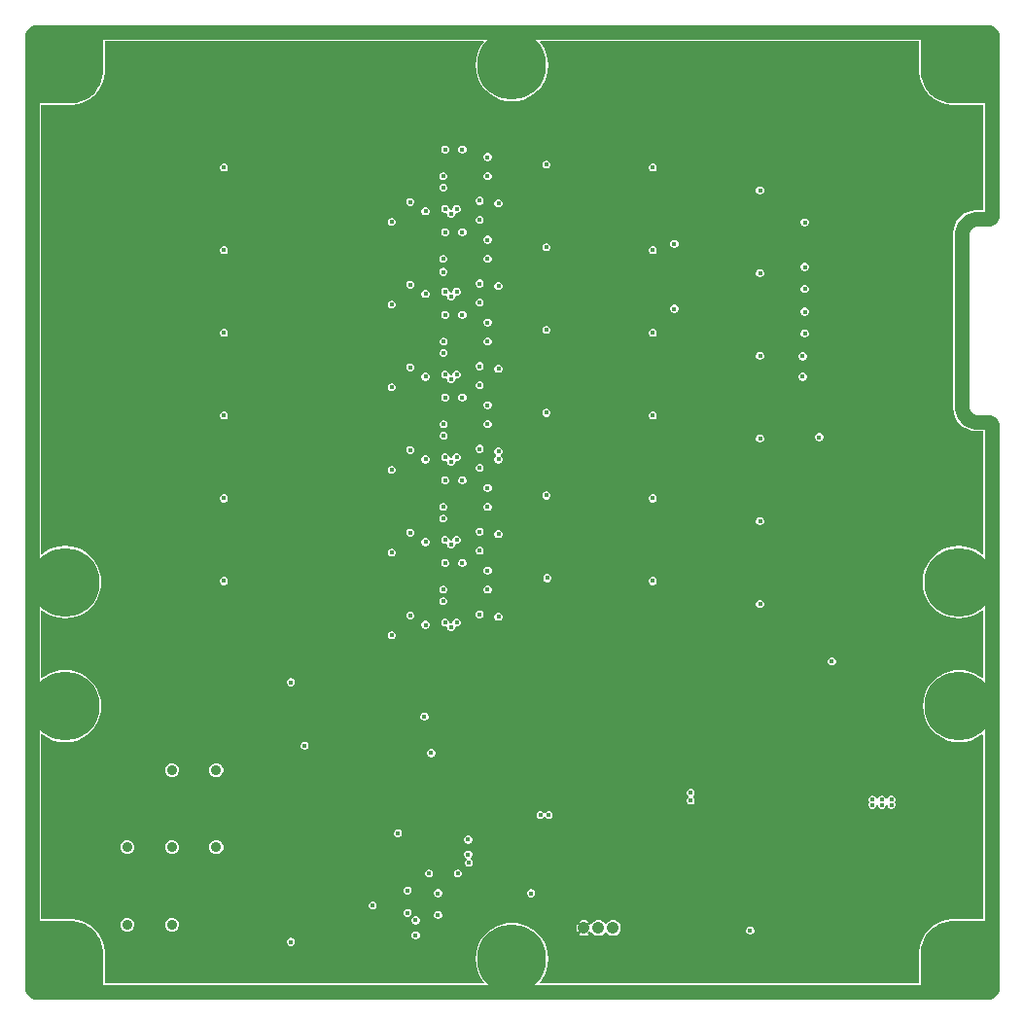
<source format=gbr>
G04*
G04 #@! TF.GenerationSoftware,Altium Limited,Altium Designer,24.1.2 (44)*
G04*
G04 Layer_Physical_Order=2*
G04 Layer_Color=36540*
%FSLAX44Y44*%
%MOMM*%
G71*
G04*
G04 #@! TF.SameCoordinates,F88D99D9-D94F-4082-AD48-053AE485F1D2*
G04*
G04*
G04 #@! TF.FilePolarity,Positive*
G04*
G01*
G75*
%ADD40C,1.2700*%
%ADD65C,0.8000*%
%ADD66C,6.0000*%
%ADD68C,1.0500*%
%ADD69C,0.4000*%
%ADD70C,0.9000*%
G36*
X779376Y809293D02*
X779376Y809293D01*
X779376Y807438D01*
X779419Y807335D01*
X779390Y807226D01*
X779874Y803549D01*
X779930Y803452D01*
X779916Y803341D01*
X780876Y799759D01*
X780944Y799669D01*
Y799557D01*
X782363Y796131D01*
X782443Y796052D01*
X782457Y795940D01*
X784312Y792729D01*
X784400Y792660D01*
X784430Y792552D01*
X786687Y789610D01*
X786785Y789554D01*
X786827Y789450D01*
X789450Y786827D01*
X789554Y786785D01*
X789610Y786687D01*
X792552Y784430D01*
X792660Y784401D01*
X792729Y784312D01*
X795940Y782457D01*
X796052Y782443D01*
X796131Y782363D01*
X799557Y780944D01*
X799669D01*
X799759Y780876D01*
X803341Y779916D01*
X803452Y779930D01*
X803549Y779874D01*
X807226Y779390D01*
X807335Y779419D01*
X807438Y779376D01*
X809293Y779376D01*
X835232Y779376D01*
Y687825D01*
X828860D01*
X828860Y687853D01*
X824998Y687472D01*
X821285Y686346D01*
X817862Y684517D01*
X814863Y682055D01*
X812401Y679055D01*
X810572Y675633D01*
X809445Y671919D01*
X809065Y668057D01*
X809092D01*
Y515497D01*
X809065D01*
X809445Y511635D01*
X810572Y507922D01*
X812401Y504499D01*
X814863Y501500D01*
X817862Y499038D01*
X821285Y497209D01*
X824998Y496082D01*
X828860Y495702D01*
X828860Y495729D01*
X835232D01*
Y388808D01*
X834079Y388276D01*
X832572Y389563D01*
X828345Y392154D01*
X823764Y394051D01*
X818943Y395208D01*
X814000Y395597D01*
X809057Y395208D01*
X804236Y394051D01*
X799655Y392154D01*
X795427Y389563D01*
X791657Y386343D01*
X788437Y382573D01*
X785846Y378345D01*
X783949Y373764D01*
X782792Y368943D01*
X782403Y364000D01*
X782792Y359057D01*
X783949Y354236D01*
X785846Y349655D01*
X788437Y345428D01*
X791657Y341657D01*
X795427Y338437D01*
X799655Y335846D01*
X804236Y333949D01*
X809057Y332792D01*
X814000Y332403D01*
X818943Y332792D01*
X823764Y333949D01*
X828345Y335846D01*
X832572Y338437D01*
X834079Y339724D01*
X835232Y339192D01*
Y281215D01*
X834079Y280683D01*
X833049Y281563D01*
X828822Y284153D01*
X824241Y286051D01*
X819420Y287208D01*
X814477Y287597D01*
X809534Y287208D01*
X804713Y286051D01*
X800132Y284153D01*
X795904Y281563D01*
X792134Y278343D01*
X788914Y274573D01*
X786323Y270345D01*
X784426Y265764D01*
X783269Y260943D01*
X782879Y256000D01*
X783269Y251057D01*
X784426Y246236D01*
X786323Y241655D01*
X788914Y237428D01*
X792134Y233657D01*
X795904Y230437D01*
X800132Y227847D01*
X804713Y225949D01*
X809534Y224792D01*
X814477Y224403D01*
X819420Y224792D01*
X824241Y225949D01*
X828822Y227847D01*
X833049Y230437D01*
X834079Y231317D01*
X835232Y230785D01*
Y70624D01*
X809293Y70624D01*
X807438Y70624D01*
X807335Y70581D01*
X807226Y70610D01*
X803549Y70126D01*
X803452Y70069D01*
X803341Y70084D01*
X799759Y69124D01*
X799669Y69056D01*
X799557D01*
X796131Y67637D01*
X796052Y67557D01*
X795940Y67543D01*
X792729Y65688D01*
X792660Y65599D01*
X792552Y65570D01*
X789610Y63313D01*
X789554Y63215D01*
X789450Y63173D01*
X786827Y60550D01*
X786785Y60447D01*
X786687Y60390D01*
X784430Y57448D01*
X784400Y57340D01*
X784312Y57271D01*
X782457Y54060D01*
X782443Y53948D01*
X782363Y53869D01*
X780944Y50443D01*
Y50331D01*
X780876Y50241D01*
X779916Y46659D01*
X779930Y46548D01*
X779874Y46451D01*
X779390Y42774D01*
X779419Y42665D01*
X779376Y42562D01*
X779376Y40707D01*
X779376Y40707D01*
Y14768D01*
X449808D01*
X449276Y15921D01*
X450563Y17428D01*
X453153Y21655D01*
X455051Y26236D01*
X456208Y31057D01*
X456597Y36000D01*
X456208Y40943D01*
X455051Y45764D01*
X453153Y50345D01*
X450563Y54573D01*
X447343Y58343D01*
X443573Y61563D01*
X439345Y64153D01*
X434764Y66051D01*
X429943Y67208D01*
X425000Y67597D01*
X420057Y67208D01*
X415236Y66051D01*
X410655Y64153D01*
X406427Y61563D01*
X402657Y58343D01*
X399437Y54573D01*
X396847Y50345D01*
X394949Y45764D01*
X393792Y40943D01*
X393403Y36000D01*
X393792Y31057D01*
X394949Y26236D01*
X396847Y21655D01*
X399437Y17428D01*
X400724Y15921D01*
X400192Y14768D01*
X70624D01*
Y40707D01*
X70624Y40708D01*
X70624Y42562D01*
X70581Y42665D01*
X70610Y42774D01*
X70126Y46451D01*
X70069Y46548D01*
X70084Y46659D01*
X69124Y50241D01*
X69056Y50331D01*
Y50443D01*
X67637Y53869D01*
X67557Y53948D01*
X67543Y54060D01*
X65688Y57271D01*
X65599Y57340D01*
X65570Y57448D01*
X63313Y60390D01*
X63215Y60447D01*
X63173Y60550D01*
X60550Y63173D01*
X60447Y63215D01*
X60390Y63313D01*
X57448Y65570D01*
X57340Y65599D01*
X57271Y65688D01*
X54060Y67543D01*
X53948Y67557D01*
X53869Y67637D01*
X50443Y69056D01*
X50331D01*
X50241Y69124D01*
X46659Y70084D01*
X46548Y70069D01*
X46451Y70126D01*
X42774Y70610D01*
X42665Y70581D01*
X42562Y70624D01*
X40707Y70624D01*
X14768Y70624D01*
Y231192D01*
X15921Y231724D01*
X17428Y230437D01*
X21655Y227847D01*
X26236Y225949D01*
X31057Y224792D01*
X36000Y224403D01*
X40943Y224792D01*
X45764Y225949D01*
X50345Y227847D01*
X54573Y230437D01*
X58343Y233657D01*
X61563Y237428D01*
X64153Y241655D01*
X66051Y246236D01*
X67208Y251057D01*
X67597Y256000D01*
X67208Y260943D01*
X66051Y265764D01*
X64153Y270345D01*
X61563Y274573D01*
X58343Y278343D01*
X54573Y281563D01*
X50345Y284153D01*
X45764Y286051D01*
X40943Y287208D01*
X36000Y287597D01*
X31057Y287208D01*
X26236Y286051D01*
X21655Y284153D01*
X17428Y281563D01*
X15921Y280276D01*
X14768Y280808D01*
Y339192D01*
X15921Y339724D01*
X17428Y338437D01*
X21655Y335846D01*
X26236Y333949D01*
X31057Y332792D01*
X36000Y332403D01*
X40943Y332792D01*
X45764Y333949D01*
X50345Y335846D01*
X54573Y338437D01*
X58343Y341657D01*
X61563Y345428D01*
X64153Y349655D01*
X66051Y354236D01*
X67208Y359057D01*
X67597Y364000D01*
X67208Y368943D01*
X66051Y373764D01*
X64153Y378345D01*
X61563Y382573D01*
X58343Y386343D01*
X54573Y389563D01*
X50345Y392154D01*
X45764Y394051D01*
X40943Y395208D01*
X36000Y395597D01*
X31057Y395208D01*
X26236Y394051D01*
X21655Y392154D01*
X17428Y389563D01*
X15921Y388276D01*
X14768Y388808D01*
Y779376D01*
X40707Y779376D01*
X42562Y779376D01*
X42665Y779419D01*
X42774Y779390D01*
X46451Y779874D01*
X46548Y779930D01*
X46659Y779916D01*
X50241Y780876D01*
X50331Y780944D01*
X50443D01*
X53869Y782363D01*
X53948Y782443D01*
X54060Y782457D01*
X57271Y784312D01*
X57340Y784401D01*
X57448Y784430D01*
X60390Y786687D01*
X60447Y786785D01*
X60550Y786827D01*
X63173Y789450D01*
X63215Y789554D01*
X63313Y789610D01*
X65570Y792552D01*
X65599Y792660D01*
X65688Y792729D01*
X67543Y795940D01*
X67557Y796052D01*
X67637Y796131D01*
X69056Y799557D01*
Y799669D01*
X69124Y799759D01*
X70084Y803341D01*
X70069Y803452D01*
X70126Y803549D01*
X70610Y807226D01*
X70581Y807335D01*
X70624Y807438D01*
X70624Y809292D01*
X70624Y809293D01*
Y835232D01*
X400192D01*
X400724Y834079D01*
X399437Y832572D01*
X396847Y828345D01*
X394949Y823764D01*
X393792Y818943D01*
X393403Y814000D01*
X393792Y809057D01*
X394949Y804236D01*
X396847Y799655D01*
X399437Y795427D01*
X402657Y791657D01*
X406427Y788437D01*
X410655Y785846D01*
X415236Y783949D01*
X420057Y782792D01*
X425000Y782403D01*
X429943Y782792D01*
X434764Y783949D01*
X439345Y785846D01*
X443573Y788437D01*
X447343Y791657D01*
X450563Y795427D01*
X453153Y799655D01*
X455051Y804236D01*
X456208Y809057D01*
X456597Y814000D01*
X456208Y818943D01*
X455051Y823764D01*
X453153Y828345D01*
X450563Y832572D01*
X449276Y834079D01*
X449808Y835232D01*
X779376D01*
Y809293D01*
D02*
G37*
G36*
X843526Y781000D02*
X809293Y781000D01*
X807438Y781000D01*
X803761Y781484D01*
X800179Y782444D01*
X796752Y783863D01*
X793540Y785718D01*
X790598Y787975D01*
X787975Y790598D01*
X785718Y793540D01*
X783863Y796752D01*
X782444Y800179D01*
X781484Y803761D01*
X781000Y807438D01*
X781000Y809293D01*
X781000D01*
Y843526D01*
X843526D01*
Y781000D01*
D02*
G37*
G36*
X69000Y809293D02*
X69000D01*
X69000Y807438D01*
X68516Y803761D01*
X67556Y800179D01*
X66137Y796752D01*
X64282Y793540D01*
X62024Y790598D01*
X59402Y787975D01*
X56460Y785718D01*
X53248Y783863D01*
X49821Y782444D01*
X46239Y781484D01*
X42562Y781000D01*
X40707Y781000D01*
X6474Y781000D01*
Y843526D01*
X69000D01*
Y809293D01*
D02*
G37*
G36*
X843526Y6474D02*
X781000D01*
Y40707D01*
X781000Y40707D01*
X781000Y40707D01*
X781000Y42562D01*
X781484Y46239D01*
X782444Y49821D01*
X783863Y53248D01*
X785718Y56460D01*
X787975Y59402D01*
X790598Y62024D01*
X793540Y64282D01*
X796752Y66137D01*
X800179Y67556D01*
X803761Y68516D01*
X807438Y69000D01*
X809293Y69000D01*
X843526Y69000D01*
Y6474D01*
D02*
G37*
G36*
X40707Y69000D02*
X42562Y69000D01*
X46239Y68516D01*
X49821Y67556D01*
X53248Y66137D01*
X56460Y64282D01*
X59402Y62024D01*
X62024Y59402D01*
X64282Y56460D01*
X66137Y53248D01*
X67556Y49821D01*
X68516Y46239D01*
X69000Y42562D01*
X69000Y40707D01*
X69000D01*
X69000Y40707D01*
Y6474D01*
X6474D01*
Y69000D01*
X40707Y69000D01*
D02*
G37*
%LPC*%
G36*
X382546Y744184D02*
X381154D01*
X379868Y743651D01*
X378883Y742667D01*
X378350Y741380D01*
Y739988D01*
X378883Y738701D01*
X379868Y737717D01*
X381154Y737184D01*
X382546D01*
X383833Y737717D01*
X384817Y738701D01*
X385350Y739988D01*
Y741380D01*
X384817Y742667D01*
X383833Y743651D01*
X382546Y744184D01*
D02*
G37*
G36*
X367546D02*
X366154D01*
X364867Y743651D01*
X363883Y742667D01*
X363350Y741380D01*
Y739988D01*
X363883Y738701D01*
X364867Y737717D01*
X366154Y737184D01*
X367546D01*
X368833Y737717D01*
X369817Y738701D01*
X370350Y739988D01*
Y741380D01*
X369817Y742667D01*
X368833Y743651D01*
X367546Y744184D01*
D02*
G37*
G36*
X404556Y737524D02*
X403164D01*
X401877Y736991D01*
X400893Y736007D01*
X400360Y734720D01*
Y733328D01*
X400893Y732041D01*
X401877Y731057D01*
X403164Y730524D01*
X404556D01*
X405843Y731057D01*
X406827Y732041D01*
X407360Y733328D01*
Y734720D01*
X406827Y736007D01*
X405843Y736991D01*
X404556Y737524D01*
D02*
G37*
G36*
X455695Y731000D02*
X454303D01*
X453016Y730467D01*
X452032Y729483D01*
X451499Y728196D01*
Y726804D01*
X452032Y725517D01*
X453016Y724533D01*
X454303Y724000D01*
X455695D01*
X456982Y724533D01*
X457966Y725517D01*
X458499Y726804D01*
Y728196D01*
X457966Y729483D01*
X456982Y730467D01*
X455695Y731000D01*
D02*
G37*
G36*
X548320Y728500D02*
X546928D01*
X545641Y727967D01*
X544657Y726982D01*
X544124Y725696D01*
Y724304D01*
X544657Y723017D01*
X545641Y722033D01*
X546928Y721500D01*
X548320D01*
X549607Y722033D01*
X550591Y723017D01*
X551124Y724304D01*
Y725696D01*
X550591Y726982D01*
X549607Y727967D01*
X548320Y728500D01*
D02*
G37*
G36*
X174960D02*
X173568D01*
X172281Y727967D01*
X171297Y726982D01*
X170764Y725696D01*
Y724304D01*
X171297Y723017D01*
X172281Y722033D01*
X173568Y721500D01*
X174960D01*
X176247Y722033D01*
X177231Y723017D01*
X177764Y724304D01*
Y725696D01*
X177231Y726982D01*
X176247Y727967D01*
X174960Y728500D01*
D02*
G37*
G36*
X404556Y721050D02*
X403164D01*
X401877Y720517D01*
X400893Y719533D01*
X400360Y718246D01*
Y716854D01*
X400893Y715567D01*
X401877Y714583D01*
X403164Y714050D01*
X404556D01*
X405843Y714583D01*
X406827Y715567D01*
X407360Y716854D01*
Y718246D01*
X406827Y719533D01*
X405843Y720517D01*
X404556Y721050D01*
D02*
G37*
G36*
X365912D02*
X364520D01*
X363233Y720517D01*
X362249Y719533D01*
X361716Y718246D01*
Y716854D01*
X362249Y715567D01*
X363233Y714583D01*
X364520Y714050D01*
X365912D01*
X367199Y714583D01*
X368183Y715567D01*
X368716Y716854D01*
Y718246D01*
X368183Y719533D01*
X367199Y720517D01*
X365912Y721050D01*
D02*
G37*
G36*
Y711000D02*
X364520D01*
X363233Y710467D01*
X362249Y709483D01*
X361716Y708196D01*
Y706804D01*
X362249Y705517D01*
X363233Y704533D01*
X364520Y704000D01*
X365912D01*
X367199Y704533D01*
X368183Y705517D01*
X368716Y706804D01*
Y708196D01*
X368183Y709483D01*
X367199Y710467D01*
X365912Y711000D01*
D02*
G37*
G36*
X641660Y708500D02*
X640268D01*
X638981Y707967D01*
X637997Y706982D01*
X637464Y705696D01*
Y704304D01*
X637997Y703017D01*
X638981Y702033D01*
X640268Y701500D01*
X641660D01*
X642947Y702033D01*
X643931Y703017D01*
X644464Y704304D01*
Y705696D01*
X643931Y706982D01*
X642947Y707967D01*
X641660Y708500D01*
D02*
G37*
G36*
X397612Y699476D02*
X396220D01*
X394933Y698943D01*
X393949Y697959D01*
X393416Y696672D01*
Y695280D01*
X393949Y693993D01*
X394933Y693009D01*
X396220Y692476D01*
X397612D01*
X398899Y693009D01*
X399883Y693993D01*
X400416Y695280D01*
Y696672D01*
X399883Y697959D01*
X398899Y698943D01*
X397612Y699476D01*
D02*
G37*
G36*
X337156Y698500D02*
X335764D01*
X334477Y697967D01*
X333493Y696982D01*
X332960Y695696D01*
Y694304D01*
X333493Y693017D01*
X334477Y692033D01*
X335764Y691500D01*
X337156D01*
X338442Y692033D01*
X339427Y693017D01*
X339960Y694304D01*
Y695696D01*
X339427Y696982D01*
X338442Y697967D01*
X337156Y698500D01*
D02*
G37*
G36*
X413938Y697287D02*
X412545D01*
X411259Y696754D01*
X410275Y695770D01*
X409742Y694483D01*
Y693091D01*
X410275Y691804D01*
X411259Y690820D01*
X412545Y690287D01*
X413938D01*
X415224Y690820D01*
X416209Y691804D01*
X416742Y693091D01*
Y694483D01*
X416209Y695770D01*
X415224Y696754D01*
X413938Y697287D01*
D02*
G37*
G36*
X377546Y692310D02*
X376154D01*
X374867Y691777D01*
X373883Y690793D01*
X373350Y689506D01*
Y689352D01*
X372546Y688310D01*
X371154D01*
X370350Y689352D01*
Y689506D01*
X369817Y690793D01*
X368833Y691777D01*
X367546Y692310D01*
X366154D01*
X364867Y691777D01*
X363883Y690793D01*
X363350Y689506D01*
Y688114D01*
X363883Y686827D01*
X364867Y685843D01*
X366154Y685310D01*
X367546D01*
X368350Y684268D01*
Y684114D01*
X368883Y682827D01*
X369868Y681843D01*
X371154Y681310D01*
X372546D01*
X373833Y681843D01*
X374817Y682827D01*
X375350Y684114D01*
Y684268D01*
X376154Y685310D01*
X377546D01*
X378833Y685843D01*
X379817Y686827D01*
X380350Y688114D01*
Y689506D01*
X379817Y690793D01*
X378833Y691777D01*
X377546Y692310D01*
D02*
G37*
G36*
X350474Y690314D02*
X349082D01*
X347795Y689781D01*
X346811Y688797D01*
X346278Y687511D01*
Y686118D01*
X346811Y684832D01*
X347795Y683847D01*
X349082Y683314D01*
X350474D01*
X351761Y683847D01*
X352745Y684832D01*
X353278Y686118D01*
Y687511D01*
X352745Y688797D01*
X351761Y689781D01*
X350474Y690314D01*
D02*
G37*
G36*
X397612Y682950D02*
X396220D01*
X394933Y682417D01*
X393949Y681433D01*
X393416Y680146D01*
Y678754D01*
X393949Y677467D01*
X394933Y676483D01*
X396220Y675950D01*
X397612D01*
X398899Y676483D01*
X399883Y677467D01*
X400416Y678754D01*
Y680146D01*
X399883Y681433D01*
X398899Y682417D01*
X397612Y682950D01*
D02*
G37*
G36*
X321155Y681252D02*
X319762D01*
X318476Y680719D01*
X317491Y679734D01*
X316959Y678448D01*
Y677055D01*
X317491Y675769D01*
X318476Y674784D01*
X319762Y674252D01*
X321155D01*
X322441Y674784D01*
X323426Y675769D01*
X323959Y677055D01*
Y678448D01*
X323426Y679734D01*
X322441Y680719D01*
X321155Y681252D01*
D02*
G37*
G36*
X680680Y680711D02*
X679288D01*
X678001Y680179D01*
X677017Y679194D01*
X676484Y677908D01*
Y676515D01*
X677017Y675229D01*
X678001Y674244D01*
X679288Y673711D01*
X680680D01*
X681967Y674244D01*
X682951Y675229D01*
X683484Y676515D01*
Y677908D01*
X682951Y679194D01*
X681967Y680179D01*
X680680Y680711D01*
D02*
G37*
G36*
X382546Y672184D02*
X381154D01*
X379868Y671651D01*
X378883Y670667D01*
X378350Y669380D01*
Y667988D01*
X378883Y666701D01*
X379868Y665717D01*
X381154Y665184D01*
X382546D01*
X383833Y665717D01*
X384817Y666701D01*
X385350Y667988D01*
Y669380D01*
X384817Y670667D01*
X383833Y671651D01*
X382546Y672184D01*
D02*
G37*
G36*
X367546D02*
X366154D01*
X364867Y671651D01*
X363883Y670667D01*
X363350Y669380D01*
Y667988D01*
X363883Y666701D01*
X364867Y665717D01*
X366154Y665184D01*
X367546D01*
X368833Y665717D01*
X369817Y666701D01*
X370350Y667988D01*
Y669380D01*
X369817Y670667D01*
X368833Y671651D01*
X367546Y672184D01*
D02*
G37*
G36*
X404556Y665524D02*
X403164D01*
X401877Y664991D01*
X400893Y664007D01*
X400360Y662720D01*
Y661328D01*
X400893Y660041D01*
X401877Y659057D01*
X403164Y658524D01*
X404556D01*
X405843Y659057D01*
X406827Y660041D01*
X407360Y661328D01*
Y662720D01*
X406827Y664007D01*
X405843Y664991D01*
X404556Y665524D01*
D02*
G37*
G36*
X567116Y661994D02*
X565724D01*
X564437Y661461D01*
X563453Y660477D01*
X562920Y659190D01*
Y657798D01*
X563453Y656511D01*
X564437Y655527D01*
X565724Y654994D01*
X567116D01*
X568403Y655527D01*
X569387Y656511D01*
X569920Y657798D01*
Y659190D01*
X569387Y660477D01*
X568403Y661461D01*
X567116Y661994D01*
D02*
G37*
G36*
X455695Y659000D02*
X454303D01*
X453016Y658467D01*
X452032Y657483D01*
X451499Y656196D01*
Y654804D01*
X452032Y653517D01*
X453016Y652533D01*
X454303Y652000D01*
X455695D01*
X456982Y652533D01*
X457966Y653517D01*
X458499Y654804D01*
Y656196D01*
X457966Y657483D01*
X456982Y658467D01*
X455695Y659000D01*
D02*
G37*
G36*
X548320Y656500D02*
X546928D01*
X545641Y655967D01*
X544657Y654983D01*
X544124Y653696D01*
Y652304D01*
X544657Y651017D01*
X545641Y650033D01*
X546928Y649500D01*
X548320D01*
X549607Y650033D01*
X550591Y651017D01*
X551124Y652304D01*
Y653696D01*
X550591Y654983D01*
X549607Y655967D01*
X548320Y656500D01*
D02*
G37*
G36*
X174960D02*
X173568D01*
X172281Y655967D01*
X171297Y654983D01*
X170764Y653696D01*
Y652304D01*
X171297Y651017D01*
X172281Y650033D01*
X173568Y649500D01*
X174960D01*
X176247Y650033D01*
X177231Y651017D01*
X177764Y652304D01*
Y653696D01*
X177231Y654983D01*
X176247Y655967D01*
X174960Y656500D01*
D02*
G37*
G36*
X404556Y649050D02*
X403164D01*
X401877Y648517D01*
X400893Y647533D01*
X400360Y646246D01*
Y644854D01*
X400893Y643567D01*
X401877Y642583D01*
X403164Y642050D01*
X404556D01*
X405843Y642583D01*
X406827Y643567D01*
X407360Y644854D01*
Y646246D01*
X406827Y647533D01*
X405843Y648517D01*
X404556Y649050D01*
D02*
G37*
G36*
X365912D02*
X364520D01*
X363233Y648517D01*
X362249Y647533D01*
X361716Y646246D01*
Y644854D01*
X362249Y643567D01*
X363233Y642583D01*
X364520Y642050D01*
X365912D01*
X367199Y642583D01*
X368183Y643567D01*
X368716Y644854D01*
Y646246D01*
X368183Y647533D01*
X367199Y648517D01*
X365912Y649050D01*
D02*
G37*
G36*
X680680Y641820D02*
X679288D01*
X678001Y641287D01*
X677017Y640302D01*
X676484Y639016D01*
Y637623D01*
X677017Y636337D01*
X678001Y635352D01*
X679288Y634820D01*
X680680D01*
X681967Y635352D01*
X682951Y636337D01*
X683484Y637623D01*
Y639016D01*
X682951Y640302D01*
X681967Y641287D01*
X680680Y641820D01*
D02*
G37*
G36*
X365912Y637627D02*
X364520D01*
X363233Y637094D01*
X362249Y636110D01*
X361716Y634823D01*
Y633431D01*
X362249Y632144D01*
X363233Y631160D01*
X364520Y630627D01*
X365912D01*
X367199Y631160D01*
X368183Y632144D01*
X368716Y633431D01*
Y634823D01*
X368183Y636110D01*
X367199Y637094D01*
X365912Y637627D01*
D02*
G37*
G36*
X641660Y636500D02*
X640268D01*
X638981Y635967D01*
X637997Y634983D01*
X637464Y633696D01*
Y632304D01*
X637997Y631017D01*
X638981Y630033D01*
X640268Y629500D01*
X641660D01*
X642947Y630033D01*
X643931Y631017D01*
X644464Y632304D01*
Y633696D01*
X643931Y634983D01*
X642947Y635967D01*
X641660Y636500D01*
D02*
G37*
G36*
X397612Y627476D02*
X396220D01*
X394933Y626943D01*
X393949Y625959D01*
X393416Y624672D01*
Y623280D01*
X393949Y621993D01*
X394933Y621009D01*
X396220Y620476D01*
X397612D01*
X398899Y621009D01*
X399883Y621993D01*
X400416Y623280D01*
Y624672D01*
X399883Y625959D01*
X398899Y626943D01*
X397612Y627476D01*
D02*
G37*
G36*
X337156Y626500D02*
X335764D01*
X334477Y625967D01*
X333493Y624982D01*
X332960Y623696D01*
Y622304D01*
X333493Y621017D01*
X334477Y620033D01*
X335764Y619500D01*
X337156D01*
X338442Y620033D01*
X339427Y621017D01*
X339960Y622304D01*
Y623696D01*
X339427Y624982D01*
X338442Y625967D01*
X337156Y626500D01*
D02*
G37*
G36*
X413938Y625287D02*
X412545D01*
X411259Y624754D01*
X410275Y623769D01*
X409742Y622483D01*
Y621091D01*
X410275Y619804D01*
X411259Y618820D01*
X412545Y618287D01*
X413938D01*
X415224Y618820D01*
X416209Y619804D01*
X416742Y621091D01*
Y622483D01*
X416209Y623769D01*
X415224Y624754D01*
X413938Y625287D01*
D02*
G37*
G36*
X377546Y620310D02*
X376154D01*
X374868Y619777D01*
X373883Y618793D01*
X373350Y617506D01*
Y617352D01*
X372546Y616310D01*
X371154D01*
X370350Y617352D01*
Y617506D01*
X369817Y618793D01*
X368833Y619777D01*
X367546Y620310D01*
X366154D01*
X364868Y619777D01*
X363883Y618793D01*
X363350Y617506D01*
Y616114D01*
X363883Y614827D01*
X364868Y613843D01*
X366154Y613310D01*
X367546D01*
X368350Y612268D01*
Y612114D01*
X368883Y610827D01*
X369868Y609843D01*
X371154Y609310D01*
X372546D01*
X373833Y609843D01*
X374817Y610827D01*
X375350Y612114D01*
Y612268D01*
X376154Y613310D01*
X377546D01*
X378833Y613843D01*
X379817Y614827D01*
X380350Y616114D01*
Y617506D01*
X379817Y618793D01*
X378833Y619777D01*
X377546Y620310D01*
D02*
G37*
G36*
X680680Y622820D02*
X679288D01*
X678001Y622287D01*
X677017Y621302D01*
X676484Y620016D01*
Y618623D01*
X677017Y617337D01*
X678001Y616352D01*
X679288Y615820D01*
X680680D01*
X681967Y616352D01*
X682951Y617337D01*
X683484Y618623D01*
Y620016D01*
X682951Y621302D01*
X681967Y622287D01*
X680680Y622820D01*
D02*
G37*
G36*
X350474Y618314D02*
X349082D01*
X347795Y617782D01*
X346811Y616797D01*
X346278Y615511D01*
Y614118D01*
X346811Y612832D01*
X347795Y611847D01*
X349082Y611314D01*
X350474D01*
X351761Y611847D01*
X352745Y612832D01*
X353278Y614118D01*
Y615511D01*
X352745Y616797D01*
X351761Y617782D01*
X350474Y618314D01*
D02*
G37*
G36*
X397612Y610950D02*
X396220D01*
X394933Y610417D01*
X393949Y609433D01*
X393416Y608146D01*
Y606754D01*
X393949Y605467D01*
X394933Y604483D01*
X396220Y603950D01*
X397612D01*
X398899Y604483D01*
X399883Y605467D01*
X400416Y606754D01*
Y608146D01*
X399883Y609433D01*
X398899Y610417D01*
X397612Y610950D01*
D02*
G37*
G36*
X321154Y609250D02*
X319762D01*
X318475Y608717D01*
X317491Y607733D01*
X316958Y606446D01*
Y605054D01*
X317491Y603767D01*
X318475Y602783D01*
X319762Y602250D01*
X321154D01*
X322441Y602783D01*
X323425Y603767D01*
X323958Y605054D01*
Y606446D01*
X323425Y607733D01*
X322441Y608717D01*
X321154Y609250D01*
D02*
G37*
G36*
X567116Y605480D02*
X565724D01*
X564437Y604947D01*
X563453Y603963D01*
X562920Y602676D01*
Y601284D01*
X563453Y599997D01*
X564437Y599013D01*
X565724Y598480D01*
X567116D01*
X568403Y599013D01*
X569387Y599997D01*
X569920Y601284D01*
Y602676D01*
X569387Y603963D01*
X568403Y604947D01*
X567116Y605480D01*
D02*
G37*
G36*
X680680Y602928D02*
X679288D01*
X678001Y602395D01*
X677017Y601410D01*
X676484Y600124D01*
Y598732D01*
X677017Y597445D01*
X678001Y596461D01*
X679288Y595928D01*
X680680D01*
X681967Y596461D01*
X682951Y597445D01*
X683484Y598732D01*
Y600124D01*
X682951Y601410D01*
X681967Y602395D01*
X680680Y602928D01*
D02*
G37*
G36*
X382546Y600184D02*
X381154D01*
X379868Y599651D01*
X378883Y598667D01*
X378350Y597380D01*
Y595988D01*
X378883Y594701D01*
X379868Y593717D01*
X381154Y593184D01*
X382546D01*
X383833Y593717D01*
X384817Y594701D01*
X385350Y595988D01*
Y597380D01*
X384817Y598667D01*
X383833Y599651D01*
X382546Y600184D01*
D02*
G37*
G36*
X367546D02*
X366154D01*
X364867Y599651D01*
X363883Y598667D01*
X363350Y597380D01*
Y595988D01*
X363883Y594701D01*
X364867Y593717D01*
X366154Y593184D01*
X367546D01*
X368833Y593717D01*
X369817Y594701D01*
X370350Y595988D01*
Y597380D01*
X369817Y598667D01*
X368833Y599651D01*
X367546Y600184D01*
D02*
G37*
G36*
X404556Y593524D02*
X403164D01*
X401877Y592991D01*
X400893Y592007D01*
X400360Y590720D01*
Y589328D01*
X400893Y588041D01*
X401877Y587057D01*
X403164Y586524D01*
X404556D01*
X405843Y587057D01*
X406827Y588041D01*
X407360Y589328D01*
Y590720D01*
X406827Y592007D01*
X405843Y592991D01*
X404556Y593524D01*
D02*
G37*
G36*
X455695Y587000D02*
X454303D01*
X453016Y586467D01*
X452032Y585482D01*
X451499Y584196D01*
Y582804D01*
X452032Y581517D01*
X453016Y580533D01*
X454303Y580000D01*
X455695D01*
X456982Y580533D01*
X457966Y581517D01*
X458499Y582804D01*
Y584196D01*
X457966Y585482D01*
X456982Y586467D01*
X455695Y587000D01*
D02*
G37*
G36*
X548320Y584500D02*
X546928D01*
X545641Y583967D01*
X544657Y582982D01*
X544124Y581696D01*
Y580304D01*
X544657Y579017D01*
X545641Y578033D01*
X546928Y577500D01*
X548320D01*
X549607Y578033D01*
X550591Y579017D01*
X551124Y580304D01*
Y581696D01*
X550591Y582982D01*
X549607Y583967D01*
X548320Y584500D01*
D02*
G37*
G36*
X174960D02*
X173568D01*
X172281Y583967D01*
X171297Y582982D01*
X170764Y581696D01*
Y580304D01*
X171297Y579017D01*
X172281Y578033D01*
X173568Y577500D01*
X174960D01*
X176247Y578033D01*
X177231Y579017D01*
X177764Y580304D01*
Y581696D01*
X177231Y582982D01*
X176247Y583967D01*
X174960Y584500D01*
D02*
G37*
G36*
X680680Y583928D02*
X679288D01*
X678001Y583395D01*
X677017Y582410D01*
X676484Y581124D01*
Y579732D01*
X677017Y578445D01*
X678001Y577461D01*
X679288Y576928D01*
X680680D01*
X681967Y577461D01*
X682951Y578445D01*
X683484Y579732D01*
Y581124D01*
X682951Y582410D01*
X681967Y583395D01*
X680680Y583928D01*
D02*
G37*
G36*
X404556Y577050D02*
X403164D01*
X401877Y576517D01*
X400893Y575533D01*
X400360Y574246D01*
Y572854D01*
X400893Y571567D01*
X401877Y570583D01*
X403164Y570050D01*
X404556D01*
X405843Y570583D01*
X406827Y571567D01*
X407360Y572854D01*
Y574246D01*
X406827Y575533D01*
X405843Y576517D01*
X404556Y577050D01*
D02*
G37*
G36*
X366173D02*
X364781D01*
X363494Y576517D01*
X362510Y575533D01*
X361977Y574246D01*
Y572854D01*
X362510Y571567D01*
X363494Y570583D01*
X364781Y570050D01*
X366173D01*
X367460Y570583D01*
X368444Y571567D01*
X368977Y572854D01*
Y574246D01*
X368444Y575533D01*
X367460Y576517D01*
X366173Y577050D01*
D02*
G37*
G36*
Y567000D02*
X364781D01*
X363494Y566467D01*
X362510Y565482D01*
X361977Y564196D01*
Y562804D01*
X362510Y561517D01*
X363494Y560533D01*
X364781Y560000D01*
X366173D01*
X367460Y560533D01*
X368444Y561517D01*
X368977Y562804D01*
Y564196D01*
X368444Y565482D01*
X367460Y566467D01*
X366173Y567000D01*
D02*
G37*
G36*
X641660Y564500D02*
X640268D01*
X638981Y563967D01*
X637997Y562982D01*
X637464Y561696D01*
Y560304D01*
X637997Y559017D01*
X638981Y558033D01*
X640268Y557500D01*
X641660D01*
X642947Y558033D01*
X643931Y559017D01*
X644464Y560304D01*
Y561696D01*
X643931Y562982D01*
X642947Y563967D01*
X641660Y564500D01*
D02*
G37*
G36*
X678876Y564036D02*
X677484D01*
X676197Y563503D01*
X675213Y562519D01*
X674680Y561232D01*
Y559840D01*
X675213Y558553D01*
X676197Y557569D01*
X677484Y557036D01*
X678876D01*
X680163Y557569D01*
X681147Y558553D01*
X681680Y559840D01*
Y561232D01*
X681147Y562519D01*
X680163Y563503D01*
X678876Y564036D01*
D02*
G37*
G36*
X397612Y555476D02*
X396220D01*
X394933Y554943D01*
X393949Y553959D01*
X393416Y552672D01*
Y551280D01*
X393949Y549993D01*
X394933Y549009D01*
X396220Y548476D01*
X397612D01*
X398899Y549009D01*
X399883Y549993D01*
X400416Y551280D01*
Y552672D01*
X399883Y553959D01*
X398899Y554943D01*
X397612Y555476D01*
D02*
G37*
G36*
X337156Y554500D02*
X335764D01*
X334477Y553967D01*
X333493Y552982D01*
X332960Y551696D01*
Y550304D01*
X333493Y549017D01*
X334477Y548033D01*
X335764Y547500D01*
X337156D01*
X338442Y548033D01*
X339427Y549017D01*
X339960Y550304D01*
Y551696D01*
X339427Y552982D01*
X338442Y553967D01*
X337156Y554500D01*
D02*
G37*
G36*
X413938Y553287D02*
X412545D01*
X411259Y552754D01*
X410275Y551769D01*
X409742Y550483D01*
Y549091D01*
X410275Y547804D01*
X411259Y546820D01*
X412545Y546287D01*
X413938D01*
X415224Y546820D01*
X416209Y547804D01*
X416742Y549091D01*
Y550483D01*
X416209Y551769D01*
X415224Y552754D01*
X413938Y553287D01*
D02*
G37*
G36*
X377546Y548310D02*
X376154D01*
X374867Y547777D01*
X373883Y546793D01*
X373350Y545506D01*
Y545352D01*
X372546Y544310D01*
X371154D01*
X370350Y545352D01*
Y545506D01*
X369817Y546793D01*
X368833Y547777D01*
X367546Y548310D01*
X366154D01*
X364867Y547777D01*
X363883Y546793D01*
X363350Y545506D01*
Y544114D01*
X363883Y542827D01*
X364867Y541843D01*
X366154Y541310D01*
X367546D01*
X368350Y540268D01*
Y540114D01*
X368883Y538827D01*
X369868Y537843D01*
X371154Y537310D01*
X372546D01*
X373833Y537843D01*
X374817Y538827D01*
X375350Y540114D01*
Y540268D01*
X376154Y541310D01*
X377546D01*
X378833Y541843D01*
X379817Y542827D01*
X380350Y544114D01*
Y545506D01*
X379817Y546793D01*
X378833Y547777D01*
X377546Y548310D01*
D02*
G37*
G36*
X678876Y546314D02*
X677484D01*
X676197Y545782D01*
X675213Y544797D01*
X674680Y543511D01*
Y542118D01*
X675213Y540832D01*
X676197Y539847D01*
X677484Y539314D01*
X678876D01*
X680163Y539847D01*
X681147Y540832D01*
X681680Y542118D01*
Y543511D01*
X681147Y544797D01*
X680163Y545782D01*
X678876Y546314D01*
D02*
G37*
G36*
X350474D02*
X349082D01*
X347795Y545782D01*
X346811Y544797D01*
X346278Y543511D01*
Y542118D01*
X346811Y540832D01*
X347795Y539847D01*
X349082Y539314D01*
X350474D01*
X351761Y539847D01*
X352745Y540832D01*
X353278Y542118D01*
Y543511D01*
X352745Y544797D01*
X351761Y545782D01*
X350474Y546314D01*
D02*
G37*
G36*
X397612Y538950D02*
X396220D01*
X394933Y538417D01*
X393949Y537433D01*
X393416Y536146D01*
Y534754D01*
X393949Y533467D01*
X394933Y532483D01*
X396220Y531950D01*
X397612D01*
X398899Y532483D01*
X399883Y533467D01*
X400416Y534754D01*
Y536146D01*
X399883Y537433D01*
X398899Y538417D01*
X397612Y538950D01*
D02*
G37*
G36*
X321154Y537250D02*
X319762D01*
X318475Y536717D01*
X317491Y535733D01*
X316958Y534446D01*
Y533054D01*
X317491Y531767D01*
X318475Y530783D01*
X319762Y530250D01*
X321154D01*
X322441Y530783D01*
X323425Y531767D01*
X323958Y533054D01*
Y534446D01*
X323425Y535733D01*
X322441Y536717D01*
X321154Y537250D01*
D02*
G37*
G36*
X382546Y528184D02*
X381154D01*
X379868Y527651D01*
X378883Y526667D01*
X378350Y525380D01*
Y523988D01*
X378883Y522701D01*
X379868Y521717D01*
X381154Y521184D01*
X382546D01*
X383833Y521717D01*
X384817Y522701D01*
X385350Y523988D01*
Y525380D01*
X384817Y526667D01*
X383833Y527651D01*
X382546Y528184D01*
D02*
G37*
G36*
X367546D02*
X366154D01*
X364867Y527651D01*
X363883Y526667D01*
X363350Y525380D01*
Y523988D01*
X363883Y522701D01*
X364867Y521717D01*
X366154Y521184D01*
X367546D01*
X368833Y521717D01*
X369817Y522701D01*
X370350Y523988D01*
Y525380D01*
X369817Y526667D01*
X368833Y527651D01*
X367546Y528184D01*
D02*
G37*
G36*
X404556Y521524D02*
X403164D01*
X401877Y520991D01*
X400893Y520007D01*
X400360Y518720D01*
Y517328D01*
X400893Y516041D01*
X401877Y515057D01*
X403164Y514524D01*
X404556D01*
X405843Y515057D01*
X406827Y516041D01*
X407360Y517328D01*
Y518720D01*
X406827Y520007D01*
X405843Y520991D01*
X404556Y521524D01*
D02*
G37*
G36*
X455695Y515000D02*
X454303D01*
X453016Y514467D01*
X452032Y513483D01*
X451499Y512196D01*
Y510804D01*
X452032Y509517D01*
X453016Y508533D01*
X454303Y508000D01*
X455695D01*
X456982Y508533D01*
X457966Y509517D01*
X458499Y510804D01*
Y512196D01*
X457966Y513483D01*
X456982Y514467D01*
X455695Y515000D01*
D02*
G37*
G36*
X548320Y512500D02*
X546928D01*
X545641Y511967D01*
X544657Y510983D01*
X544124Y509696D01*
Y508304D01*
X544657Y507017D01*
X545641Y506033D01*
X546928Y505500D01*
X548320D01*
X549607Y506033D01*
X550591Y507017D01*
X551124Y508304D01*
Y509696D01*
X550591Y510983D01*
X549607Y511967D01*
X548320Y512500D01*
D02*
G37*
G36*
X174960D02*
X173568D01*
X172281Y511967D01*
X171297Y510983D01*
X170764Y509696D01*
Y508304D01*
X171297Y507017D01*
X172281Y506033D01*
X173568Y505500D01*
X174960D01*
X176247Y506033D01*
X177231Y507017D01*
X177764Y508304D01*
Y509696D01*
X177231Y510983D01*
X176247Y511967D01*
X174960Y512500D01*
D02*
G37*
G36*
X404556Y505050D02*
X403164D01*
X401877Y504517D01*
X400893Y503533D01*
X400360Y502246D01*
Y500854D01*
X400893Y499567D01*
X401877Y498583D01*
X403164Y498050D01*
X404556D01*
X405843Y498583D01*
X406827Y499567D01*
X407360Y500854D01*
Y502246D01*
X406827Y503533D01*
X405843Y504517D01*
X404556Y505050D01*
D02*
G37*
G36*
X366173Y505000D02*
X364781D01*
X363494Y504467D01*
X362510Y503483D01*
X361977Y502196D01*
Y500804D01*
X362510Y499517D01*
X363494Y498533D01*
X364781Y498000D01*
X366173D01*
X367460Y498533D01*
X368444Y499517D01*
X368977Y500804D01*
Y502196D01*
X368444Y503483D01*
X367460Y504467D01*
X366173Y505000D01*
D02*
G37*
G36*
Y495000D02*
X364781D01*
X363494Y494467D01*
X362510Y493483D01*
X361977Y492196D01*
Y490804D01*
X362510Y489517D01*
X363494Y488533D01*
X364781Y488000D01*
X366173D01*
X367460Y488533D01*
X368444Y489517D01*
X368977Y490804D01*
Y492196D01*
X368444Y493483D01*
X367460Y494467D01*
X366173Y495000D01*
D02*
G37*
G36*
X693180Y493720D02*
X691788D01*
X690501Y493187D01*
X689517Y492203D01*
X688984Y490916D01*
Y489524D01*
X689517Y488237D01*
X690501Y487253D01*
X691788Y486720D01*
X693180D01*
X694467Y487253D01*
X695451Y488237D01*
X695984Y489524D01*
Y490916D01*
X695451Y492203D01*
X694467Y493187D01*
X693180Y493720D01*
D02*
G37*
G36*
X641660Y492500D02*
X640268D01*
X638981Y491967D01*
X637997Y490983D01*
X637464Y489696D01*
Y488304D01*
X637997Y487017D01*
X638981Y486033D01*
X640268Y485500D01*
X641660D01*
X642947Y486033D01*
X643931Y487017D01*
X644464Y488304D01*
Y489696D01*
X643931Y490983D01*
X642947Y491967D01*
X641660Y492500D01*
D02*
G37*
G36*
X397612Y483476D02*
X396220D01*
X394933Y482943D01*
X393949Y481959D01*
X393416Y480672D01*
Y479280D01*
X393949Y477993D01*
X394933Y477009D01*
X396220Y476476D01*
X397612D01*
X398899Y477009D01*
X399883Y477993D01*
X400416Y479280D01*
Y480672D01*
X399883Y481959D01*
X398899Y482943D01*
X397612Y483476D01*
D02*
G37*
G36*
X337156Y482500D02*
X335764D01*
X334477Y481967D01*
X333493Y480983D01*
X332960Y479696D01*
Y478304D01*
X333493Y477017D01*
X334477Y476033D01*
X335764Y475500D01*
X337156D01*
X338442Y476033D01*
X339427Y477017D01*
X339960Y478304D01*
Y479696D01*
X339427Y480983D01*
X338442Y481967D01*
X337156Y482500D01*
D02*
G37*
G36*
X377546Y476310D02*
X376154D01*
X374867Y475777D01*
X373883Y474793D01*
X373350Y473506D01*
Y473352D01*
X372546Y472310D01*
X371154D01*
X370350Y473352D01*
Y473506D01*
X369817Y474793D01*
X368833Y475777D01*
X367546Y476310D01*
X366154D01*
X364867Y475777D01*
X363883Y474793D01*
X363350Y473506D01*
Y472114D01*
X363883Y470827D01*
X364867Y469843D01*
X366154Y469310D01*
X367546D01*
X368350Y468268D01*
Y468114D01*
X368883Y466827D01*
X369868Y465843D01*
X371154Y465310D01*
X372546D01*
X373833Y465843D01*
X374817Y466827D01*
X375350Y468114D01*
Y468268D01*
X376154Y469310D01*
X377546D01*
X378833Y469843D01*
X379817Y470827D01*
X380350Y472114D01*
Y473506D01*
X379817Y474793D01*
X378833Y475777D01*
X377546Y476310D01*
D02*
G37*
G36*
X413938Y481287D02*
X412545D01*
X411259Y480754D01*
X410275Y479770D01*
X409742Y478483D01*
Y477091D01*
X410275Y475804D01*
X411021Y475058D01*
X411163Y474304D01*
X411021Y473544D01*
X410276Y472799D01*
X409744Y471512D01*
Y470120D01*
X410276Y468833D01*
X411261Y467849D01*
X412547Y467316D01*
X413940D01*
X415226Y467849D01*
X416211Y468833D01*
X416744Y470120D01*
Y471512D01*
X416211Y472799D01*
X415465Y473545D01*
X415322Y474299D01*
X415464Y475059D01*
X416209Y475804D01*
X416742Y477091D01*
Y478483D01*
X416209Y479770D01*
X415224Y480754D01*
X413938Y481287D01*
D02*
G37*
G36*
X350474Y474314D02*
X349082D01*
X347795Y473782D01*
X346811Y472797D01*
X346278Y471511D01*
Y470118D01*
X346811Y468832D01*
X347795Y467847D01*
X349082Y467314D01*
X350474D01*
X351761Y467847D01*
X352745Y468832D01*
X353278Y470118D01*
Y471511D01*
X352745Y472797D01*
X351761Y473782D01*
X350474Y474314D01*
D02*
G37*
G36*
X397612Y466950D02*
X396220D01*
X394933Y466417D01*
X393949Y465433D01*
X393416Y464146D01*
Y462754D01*
X393949Y461467D01*
X394933Y460483D01*
X396220Y459950D01*
X397612D01*
X398899Y460483D01*
X399883Y461467D01*
X400416Y462754D01*
Y464146D01*
X399883Y465433D01*
X398899Y466417D01*
X397612Y466950D01*
D02*
G37*
G36*
X321154Y465250D02*
X319762D01*
X318475Y464717D01*
X317491Y463733D01*
X316958Y462446D01*
Y461054D01*
X317491Y459767D01*
X318475Y458783D01*
X319762Y458250D01*
X321154D01*
X322441Y458783D01*
X323425Y459767D01*
X323958Y461054D01*
Y462446D01*
X323425Y463733D01*
X322441Y464717D01*
X321154Y465250D01*
D02*
G37*
G36*
X382546Y456184D02*
X381154D01*
X379868Y455651D01*
X378883Y454667D01*
X378350Y453380D01*
Y451988D01*
X378883Y450701D01*
X379868Y449717D01*
X381154Y449184D01*
X382546D01*
X383833Y449717D01*
X384817Y450701D01*
X385350Y451988D01*
Y453380D01*
X384817Y454667D01*
X383833Y455651D01*
X382546Y456184D01*
D02*
G37*
G36*
X367546D02*
X366154D01*
X364867Y455651D01*
X363883Y454667D01*
X363350Y453380D01*
Y451988D01*
X363883Y450701D01*
X364867Y449717D01*
X366154Y449184D01*
X367546D01*
X368833Y449717D01*
X369817Y450701D01*
X370350Y451988D01*
Y453380D01*
X369817Y454667D01*
X368833Y455651D01*
X367546Y456184D01*
D02*
G37*
G36*
X404556Y449524D02*
X403164D01*
X401877Y448991D01*
X400893Y448007D01*
X400360Y446720D01*
Y445328D01*
X400893Y444041D01*
X401877Y443057D01*
X403164Y442524D01*
X404556D01*
X405843Y443057D01*
X406827Y444041D01*
X407360Y445328D01*
Y446720D01*
X406827Y448007D01*
X405843Y448991D01*
X404556Y449524D01*
D02*
G37*
G36*
X455695Y443000D02*
X454303D01*
X453016Y442467D01*
X452032Y441483D01*
X451499Y440196D01*
Y438804D01*
X452032Y437517D01*
X453016Y436533D01*
X454303Y436000D01*
X455695D01*
X456982Y436533D01*
X457966Y437517D01*
X458499Y438804D01*
Y440196D01*
X457966Y441483D01*
X456982Y442467D01*
X455695Y443000D01*
D02*
G37*
G36*
X548320Y440500D02*
X546928D01*
X545641Y439967D01*
X544657Y438983D01*
X544124Y437696D01*
Y436304D01*
X544657Y435017D01*
X545641Y434033D01*
X546928Y433500D01*
X548320D01*
X549607Y434033D01*
X550591Y435017D01*
X551124Y436304D01*
Y437696D01*
X550591Y438983D01*
X549607Y439967D01*
X548320Y440500D01*
D02*
G37*
G36*
X174960D02*
X173568D01*
X172281Y439967D01*
X171297Y438983D01*
X170764Y437696D01*
Y436304D01*
X171297Y435017D01*
X172281Y434033D01*
X173568Y433500D01*
X174960D01*
X176247Y434033D01*
X177231Y435017D01*
X177764Y436304D01*
Y437696D01*
X177231Y438983D01*
X176247Y439967D01*
X174960Y440500D01*
D02*
G37*
G36*
X404556Y433050D02*
X403164D01*
X401877Y432517D01*
X400893Y431533D01*
X400360Y430246D01*
Y428854D01*
X400893Y427567D01*
X401877Y426583D01*
X403164Y426050D01*
X404556D01*
X405843Y426583D01*
X406827Y427567D01*
X407360Y428854D01*
Y430246D01*
X406827Y431533D01*
X405843Y432517D01*
X404556Y433050D01*
D02*
G37*
G36*
X365912Y433000D02*
X364520D01*
X363233Y432467D01*
X362249Y431483D01*
X361716Y430196D01*
Y428804D01*
X362249Y427517D01*
X363233Y426533D01*
X364520Y426000D01*
X365912D01*
X367199Y426533D01*
X368183Y427517D01*
X368716Y428804D01*
Y430196D01*
X368183Y431483D01*
X367199Y432467D01*
X365912Y433000D01*
D02*
G37*
G36*
Y423000D02*
X364520D01*
X363233Y422467D01*
X362249Y421483D01*
X361716Y420196D01*
Y418804D01*
X362249Y417517D01*
X363233Y416533D01*
X364520Y416000D01*
X365912D01*
X367199Y416533D01*
X368183Y417517D01*
X368716Y418804D01*
Y420196D01*
X368183Y421483D01*
X367199Y422467D01*
X365912Y423000D01*
D02*
G37*
G36*
X641660Y420500D02*
X640268D01*
X638981Y419967D01*
X637997Y418983D01*
X637464Y417696D01*
Y416304D01*
X637997Y415017D01*
X638981Y414033D01*
X640268Y413500D01*
X641660D01*
X642947Y414033D01*
X643931Y415017D01*
X644464Y416304D01*
Y417696D01*
X643931Y418983D01*
X642947Y419967D01*
X641660Y420500D01*
D02*
G37*
G36*
X397612Y411476D02*
X396220D01*
X394933Y410943D01*
X393949Y409959D01*
X393416Y408672D01*
Y407280D01*
X393949Y405993D01*
X394933Y405009D01*
X396220Y404476D01*
X397612D01*
X398899Y405009D01*
X399883Y405993D01*
X400416Y407280D01*
Y408672D01*
X399883Y409959D01*
X398899Y410943D01*
X397612Y411476D01*
D02*
G37*
G36*
X337156Y410500D02*
X335764D01*
X334477Y409967D01*
X333493Y408983D01*
X332960Y407696D01*
Y406304D01*
X333493Y405017D01*
X334477Y404033D01*
X335764Y403500D01*
X337156D01*
X338442Y404033D01*
X339427Y405017D01*
X339960Y406304D01*
Y407696D01*
X339427Y408983D01*
X338442Y409967D01*
X337156Y410500D01*
D02*
G37*
G36*
X413938Y409287D02*
X412545D01*
X411259Y408754D01*
X410275Y407770D01*
X409742Y406483D01*
Y405091D01*
X410275Y403804D01*
X411259Y402820D01*
X412545Y402287D01*
X413938D01*
X415224Y402820D01*
X416209Y403804D01*
X416742Y405091D01*
Y406483D01*
X416209Y407770D01*
X415224Y408754D01*
X413938Y409287D01*
D02*
G37*
G36*
X377546Y404310D02*
X376154D01*
X374867Y403777D01*
X373883Y402793D01*
X373350Y401506D01*
Y401352D01*
X372546Y400310D01*
X371154D01*
X370350Y401352D01*
Y401506D01*
X369817Y402793D01*
X368833Y403777D01*
X367546Y404310D01*
X366154D01*
X364867Y403777D01*
X363883Y402793D01*
X363350Y401506D01*
Y400114D01*
X363883Y398827D01*
X364867Y397843D01*
X366154Y397310D01*
X367546D01*
X368350Y396268D01*
Y396114D01*
X368883Y394827D01*
X369868Y393843D01*
X371154Y393310D01*
X372546D01*
X373833Y393843D01*
X374817Y394827D01*
X375350Y396114D01*
Y396268D01*
X376154Y397310D01*
X377546D01*
X378833Y397843D01*
X379817Y398827D01*
X380350Y400114D01*
Y401506D01*
X379817Y402793D01*
X378833Y403777D01*
X377546Y404310D01*
D02*
G37*
G36*
X350474Y402314D02*
X349082D01*
X347795Y401782D01*
X346811Y400797D01*
X346278Y399511D01*
Y398118D01*
X346811Y396832D01*
X347795Y395847D01*
X349082Y395314D01*
X350474D01*
X351761Y395847D01*
X352745Y396832D01*
X353278Y398118D01*
Y399511D01*
X352745Y400797D01*
X351761Y401782D01*
X350474Y402314D01*
D02*
G37*
G36*
X397612Y394950D02*
X396220D01*
X394933Y394417D01*
X393949Y393433D01*
X393416Y392146D01*
Y390754D01*
X393949Y389467D01*
X394933Y388483D01*
X396220Y387950D01*
X397612D01*
X398899Y388483D01*
X399883Y389467D01*
X400416Y390754D01*
Y392146D01*
X399883Y393433D01*
X398899Y394417D01*
X397612Y394950D01*
D02*
G37*
G36*
X321154Y393250D02*
X319762D01*
X318475Y392717D01*
X317491Y391733D01*
X316958Y390446D01*
Y389054D01*
X317491Y387767D01*
X318475Y386783D01*
X319762Y386250D01*
X321154D01*
X322441Y386783D01*
X323425Y387767D01*
X323958Y389054D01*
Y390446D01*
X323425Y391733D01*
X322441Y392717D01*
X321154Y393250D01*
D02*
G37*
G36*
X382546Y384184D02*
X381154D01*
X379868Y383651D01*
X378883Y382667D01*
X378350Y381380D01*
Y379988D01*
X378883Y378701D01*
X379868Y377717D01*
X381154Y377184D01*
X382546D01*
X383833Y377717D01*
X384817Y378701D01*
X385350Y379988D01*
Y381380D01*
X384817Y382667D01*
X383833Y383651D01*
X382546Y384184D01*
D02*
G37*
G36*
X367546D02*
X366154D01*
X364867Y383651D01*
X363883Y382667D01*
X363350Y381380D01*
Y379988D01*
X363883Y378701D01*
X364867Y377717D01*
X366154Y377184D01*
X367546D01*
X368833Y377717D01*
X369817Y378701D01*
X370350Y379988D01*
Y381380D01*
X369817Y382667D01*
X368833Y383651D01*
X367546Y384184D01*
D02*
G37*
G36*
X404556Y377524D02*
X403164D01*
X401877Y376991D01*
X400893Y376007D01*
X400360Y374720D01*
Y373328D01*
X400893Y372041D01*
X401877Y371057D01*
X403164Y370524D01*
X404556D01*
X405843Y371057D01*
X406827Y372041D01*
X407360Y373328D01*
Y374720D01*
X406827Y376007D01*
X405843Y376991D01*
X404556Y377524D01*
D02*
G37*
G36*
X456420Y371000D02*
X455028D01*
X453742Y370467D01*
X452757Y369482D01*
X452224Y368196D01*
Y366804D01*
X452757Y365517D01*
X453742Y364533D01*
X455028Y364000D01*
X456420D01*
X457707Y364533D01*
X458691Y365517D01*
X459224Y366804D01*
Y368196D01*
X458691Y369482D01*
X457707Y370467D01*
X456420Y371000D01*
D02*
G37*
G36*
X548320Y368500D02*
X546928D01*
X545641Y367967D01*
X544657Y366982D01*
X544124Y365696D01*
Y364304D01*
X544657Y363017D01*
X545641Y362033D01*
X546928Y361500D01*
X548320D01*
X549607Y362033D01*
X550591Y363017D01*
X551124Y364304D01*
Y365696D01*
X550591Y366982D01*
X549607Y367967D01*
X548320Y368500D01*
D02*
G37*
G36*
X174960D02*
X173568D01*
X172281Y367967D01*
X171297Y366982D01*
X170764Y365696D01*
Y364304D01*
X171297Y363017D01*
X172281Y362033D01*
X173568Y361500D01*
X174960D01*
X176247Y362033D01*
X177231Y363017D01*
X177764Y364304D01*
Y365696D01*
X177231Y366982D01*
X176247Y367967D01*
X174960Y368500D01*
D02*
G37*
G36*
X404556Y361050D02*
X403164D01*
X401877Y360517D01*
X400893Y359533D01*
X400360Y358246D01*
Y356854D01*
X400893Y355567D01*
X401877Y354583D01*
X403164Y354050D01*
X404556D01*
X405843Y354583D01*
X406827Y355567D01*
X407360Y356854D01*
Y358246D01*
X406827Y359533D01*
X405843Y360517D01*
X404556Y361050D01*
D02*
G37*
G36*
X365912Y361000D02*
X364520D01*
X363233Y360467D01*
X362249Y359482D01*
X361716Y358196D01*
Y356804D01*
X362249Y355517D01*
X363233Y354533D01*
X364520Y354000D01*
X365912D01*
X367199Y354533D01*
X368183Y355517D01*
X368716Y356804D01*
Y358196D01*
X368183Y359482D01*
X367199Y360467D01*
X365912Y361000D01*
D02*
G37*
G36*
Y351000D02*
X364520D01*
X363233Y350467D01*
X362249Y349482D01*
X361716Y348196D01*
Y346804D01*
X362249Y345517D01*
X363233Y344533D01*
X364520Y344000D01*
X365912D01*
X367199Y344533D01*
X368183Y345517D01*
X368716Y346804D01*
Y348196D01*
X368183Y349482D01*
X367199Y350467D01*
X365912Y351000D01*
D02*
G37*
G36*
X641660Y348500D02*
X640268D01*
X638981Y347967D01*
X637997Y346982D01*
X637464Y345696D01*
Y344304D01*
X637997Y343017D01*
X638981Y342033D01*
X640268Y341500D01*
X641660D01*
X642947Y342033D01*
X643931Y343017D01*
X644464Y344304D01*
Y345696D01*
X643931Y346982D01*
X642947Y347967D01*
X641660Y348500D01*
D02*
G37*
G36*
X397612Y339476D02*
X396220D01*
X394933Y338943D01*
X393949Y337958D01*
X393416Y336672D01*
Y335280D01*
X393949Y333993D01*
X394933Y333009D01*
X396220Y332476D01*
X397612D01*
X398899Y333009D01*
X399883Y333993D01*
X400416Y335280D01*
Y336672D01*
X399883Y337958D01*
X398899Y338943D01*
X397612Y339476D01*
D02*
G37*
G36*
X337156Y338500D02*
X335764D01*
X334477Y337967D01*
X333493Y336983D01*
X332960Y335696D01*
Y334304D01*
X333493Y333017D01*
X334477Y332033D01*
X335764Y331500D01*
X337156D01*
X338442Y332033D01*
X339427Y333017D01*
X339960Y334304D01*
Y335696D01*
X339427Y336983D01*
X338442Y337967D01*
X337156Y338500D01*
D02*
G37*
G36*
X413936Y337285D02*
X412544D01*
X411257Y336752D01*
X410273Y335768D01*
X409740Y334482D01*
Y333089D01*
X410273Y331803D01*
X411257Y330818D01*
X412544Y330285D01*
X413936D01*
X415223Y330818D01*
X416207Y331803D01*
X416740Y333089D01*
Y334482D01*
X416207Y335768D01*
X415223Y336752D01*
X413936Y337285D01*
D02*
G37*
G36*
X377546Y332310D02*
X376154D01*
X374867Y331777D01*
X373883Y330793D01*
X373350Y329506D01*
Y329352D01*
X372546Y328310D01*
X371154D01*
X370350Y329352D01*
Y329506D01*
X369817Y330793D01*
X368833Y331777D01*
X367546Y332310D01*
X366154D01*
X364867Y331777D01*
X363883Y330793D01*
X363350Y329506D01*
Y328114D01*
X363883Y326827D01*
X364867Y325843D01*
X366154Y325310D01*
X367546D01*
X368350Y324268D01*
Y324114D01*
X368883Y322827D01*
X369868Y321843D01*
X371154Y321310D01*
X372546D01*
X373833Y321843D01*
X374817Y322827D01*
X375350Y324114D01*
Y324268D01*
X376154Y325310D01*
X377546D01*
X378833Y325843D01*
X379817Y326827D01*
X380350Y328114D01*
Y329506D01*
X379817Y330793D01*
X378833Y331777D01*
X377546Y332310D01*
D02*
G37*
G36*
X350474Y330314D02*
X349082D01*
X347795Y329781D01*
X346811Y328797D01*
X346278Y327510D01*
Y326118D01*
X346811Y324832D01*
X347795Y323847D01*
X349082Y323314D01*
X350474D01*
X351761Y323847D01*
X352745Y324832D01*
X353278Y326118D01*
Y327510D01*
X352745Y328797D01*
X351761Y329781D01*
X350474Y330314D01*
D02*
G37*
G36*
X321156Y321248D02*
X319764D01*
X318477Y320715D01*
X317493Y319731D01*
X316960Y318444D01*
Y317052D01*
X317493Y315766D01*
X318477Y314781D01*
X319764Y314248D01*
X321156D01*
X322442Y314781D01*
X323427Y315766D01*
X323960Y317052D01*
Y318444D01*
X323427Y319731D01*
X322442Y320715D01*
X321156Y321248D01*
D02*
G37*
G36*
X704176Y298500D02*
X702784D01*
X701497Y297967D01*
X700513Y296983D01*
X699980Y295696D01*
Y294304D01*
X700513Y293017D01*
X701497Y292033D01*
X702784Y291500D01*
X704176D01*
X705463Y292033D01*
X706447Y293017D01*
X706980Y294304D01*
Y295696D01*
X706447Y296983D01*
X705463Y297967D01*
X704176Y298500D01*
D02*
G37*
G36*
X233246Y280360D02*
X231854D01*
X230567Y279827D01*
X229583Y278843D01*
X229050Y277556D01*
Y276164D01*
X229583Y274877D01*
X230567Y273893D01*
X231854Y273360D01*
X233246D01*
X234533Y273893D01*
X235517Y274877D01*
X236050Y276164D01*
Y277556D01*
X235517Y278843D01*
X234533Y279827D01*
X233246Y280360D01*
D02*
G37*
G36*
X349479Y250420D02*
X348087D01*
X346801Y249887D01*
X345816Y248903D01*
X345283Y247616D01*
Y246224D01*
X345816Y244937D01*
X346801Y243953D01*
X348087Y243420D01*
X349479D01*
X350766Y243953D01*
X351750Y244937D01*
X352283Y246224D01*
Y247616D01*
X351750Y248903D01*
X350766Y249887D01*
X349479Y250420D01*
D02*
G37*
G36*
X245281Y224977D02*
X243888D01*
X242602Y224444D01*
X241617Y223459D01*
X241085Y222173D01*
Y220781D01*
X241617Y219494D01*
X242602Y218510D01*
X243888Y217977D01*
X245281D01*
X246567Y218510D01*
X247552Y219494D01*
X248085Y220781D01*
Y222173D01*
X247552Y223459D01*
X246567Y224444D01*
X245281Y224977D01*
D02*
G37*
G36*
X355446Y218627D02*
X354053D01*
X352767Y218094D01*
X351782Y217109D01*
X351249Y215823D01*
Y214431D01*
X351782Y213144D01*
X352767Y212160D01*
X354053Y211627D01*
X355446D01*
X356732Y212160D01*
X357716Y213144D01*
X358249Y214431D01*
Y215823D01*
X357716Y217109D01*
X356732Y218094D01*
X355446Y218627D01*
D02*
G37*
G36*
X168833Y206373D02*
X166446D01*
X164241Y205460D01*
X162553Y203772D01*
X161640Y201567D01*
Y199180D01*
X162553Y196974D01*
X164241Y195287D01*
X166446Y194373D01*
X168833D01*
X171039Y195287D01*
X172726Y196974D01*
X173640Y199180D01*
Y201567D01*
X172726Y203772D01*
X171039Y205460D01*
X168833Y206373D01*
D02*
G37*
G36*
X130014D02*
X127626D01*
X125421Y205460D01*
X123733Y203772D01*
X122820Y201567D01*
Y199180D01*
X123733Y196974D01*
X125421Y195287D01*
X127626Y194373D01*
X130014D01*
X132219Y195287D01*
X133906Y196974D01*
X134820Y199180D01*
Y201567D01*
X133906Y203772D01*
X132219Y205460D01*
X130014Y206373D01*
D02*
G37*
G36*
X756050Y178300D02*
X754657D01*
X753371Y177767D01*
X752386Y176783D01*
X751854Y175496D01*
X750591D01*
X750058Y176783D01*
X749074Y177767D01*
X747787Y178300D01*
X746395D01*
X745108Y177767D01*
X744124Y176783D01*
X743591Y175496D01*
X742329D01*
X741796Y176783D01*
X740811Y177767D01*
X739525Y178300D01*
X738132D01*
X736846Y177767D01*
X735862Y176783D01*
X735329Y175496D01*
Y174104D01*
X735862Y172817D01*
X736189Y172490D01*
X735862Y172163D01*
X735329Y170876D01*
Y169484D01*
X735862Y168197D01*
X736846Y167213D01*
X738132Y166680D01*
X739525D01*
X740811Y167213D01*
X741796Y168197D01*
X742329Y169484D01*
X743591D01*
X744124Y168197D01*
X745108Y167213D01*
X746395Y166680D01*
X747787D01*
X749074Y167213D01*
X750058Y168197D01*
X750591Y169484D01*
X751854D01*
X752386Y168197D01*
X753371Y167213D01*
X754657Y166680D01*
X756050D01*
X757336Y167213D01*
X758321Y168197D01*
X758854Y169484D01*
Y170876D01*
X758321Y172163D01*
X757993Y172490D01*
X758321Y172817D01*
X758854Y174104D01*
Y175496D01*
X758321Y176783D01*
X757336Y177767D01*
X756050Y178300D01*
D02*
G37*
G36*
X581366Y184257D02*
X579973D01*
X578687Y183724D01*
X577703Y182740D01*
X577170Y181453D01*
Y180061D01*
X577703Y178774D01*
X578445Y178032D01*
X578589Y177274D01*
X578445Y176515D01*
X577703Y175773D01*
X577170Y174486D01*
Y173094D01*
X577703Y171808D01*
X578687Y170823D01*
X579973Y170290D01*
X581366D01*
X582652Y170823D01*
X583637Y171808D01*
X584170Y173094D01*
Y174486D01*
X583637Y175773D01*
X582894Y176515D01*
X582750Y177274D01*
X582894Y178032D01*
X583637Y178774D01*
X584170Y180061D01*
Y181453D01*
X583637Y182740D01*
X582652Y183724D01*
X581366Y184257D01*
D02*
G37*
G36*
X457711Y164669D02*
X456318D01*
X455032Y164136D01*
X454048Y163152D01*
X452676D01*
X451692Y164136D01*
X450405Y164669D01*
X449013D01*
X447727Y164136D01*
X446742Y163152D01*
X446209Y161865D01*
Y160473D01*
X446742Y159187D01*
X447727Y158202D01*
X449013Y157669D01*
X450405D01*
X451692Y158202D01*
X452676Y159187D01*
X454048D01*
X455032Y158202D01*
X456318Y157669D01*
X457711D01*
X458997Y158202D01*
X459982Y159187D01*
X460515Y160473D01*
Y161865D01*
X459982Y163152D01*
X458997Y164136D01*
X457711Y164669D01*
D02*
G37*
G36*
X326406Y148820D02*
X325014D01*
X323727Y148287D01*
X322743Y147303D01*
X322210Y146016D01*
Y144624D01*
X322743Y143337D01*
X323727Y142353D01*
X325014Y141820D01*
X326406D01*
X327693Y142353D01*
X328677Y143337D01*
X329210Y144624D01*
Y146016D01*
X328677Y147303D01*
X327693Y148287D01*
X326406Y148820D01*
D02*
G37*
G36*
X387579Y143240D02*
X386187D01*
X384901Y142707D01*
X383916Y141723D01*
X383383Y140436D01*
Y139044D01*
X383916Y137757D01*
X384901Y136773D01*
X386187Y136240D01*
X387579D01*
X388866Y136773D01*
X389850Y137757D01*
X390383Y139044D01*
Y140436D01*
X389850Y141723D01*
X388866Y142707D01*
X387579Y143240D01*
D02*
G37*
G36*
X168833Y139120D02*
X166446D01*
X164241Y138206D01*
X162553Y136518D01*
X161640Y134313D01*
Y131926D01*
X162553Y129721D01*
X164241Y128033D01*
X166446Y127120D01*
X168833D01*
X171039Y128033D01*
X172726Y129721D01*
X173640Y131926D01*
Y134313D01*
X172726Y136518D01*
X171039Y138206D01*
X168833Y139120D01*
D02*
G37*
G36*
X130014D02*
X127626D01*
X125421Y138206D01*
X123733Y136518D01*
X122820Y134313D01*
Y131926D01*
X123733Y129721D01*
X125421Y128033D01*
X127626Y127120D01*
X130014D01*
X132219Y128033D01*
X133906Y129721D01*
X134820Y131926D01*
Y134313D01*
X133906Y136518D01*
X132219Y138206D01*
X130014Y139120D01*
D02*
G37*
G36*
X91194D02*
X88806D01*
X86601Y138206D01*
X84913Y136518D01*
X84000Y134313D01*
Y131926D01*
X84913Y129721D01*
X86601Y128033D01*
X88806Y127120D01*
X91194D01*
X93399Y128033D01*
X95087Y129721D01*
X96000Y131926D01*
Y134313D01*
X95087Y136518D01*
X93399Y138206D01*
X91194Y139120D01*
D02*
G37*
G36*
X387579Y130379D02*
X386187D01*
X384901Y129846D01*
X383916Y128862D01*
X383383Y127575D01*
Y126183D01*
X383916Y124896D01*
X384901Y123912D01*
X385226Y123777D01*
X385350Y123235D01*
X385345Y122353D01*
X384528Y121537D01*
X383995Y120250D01*
Y118858D01*
X384528Y117571D01*
X385512Y116587D01*
X386799Y116054D01*
X388191D01*
X389478Y116587D01*
X390462Y117571D01*
X390995Y118858D01*
Y120250D01*
X390462Y121537D01*
X389478Y122521D01*
X389152Y122656D01*
X389029Y123198D01*
X389034Y124080D01*
X389850Y124896D01*
X390383Y126183D01*
Y127575D01*
X389850Y128862D01*
X388866Y129846D01*
X387579Y130379D01*
D02*
G37*
G36*
X378733Y113990D02*
X377340D01*
X376054Y113457D01*
X375069Y112473D01*
X374537Y111186D01*
Y109794D01*
X375069Y108507D01*
X376054Y107523D01*
X377340Y106990D01*
X378733D01*
X380019Y107523D01*
X381004Y108507D01*
X381536Y109794D01*
Y111186D01*
X381004Y112473D01*
X380019Y113457D01*
X378733Y113990D01*
D02*
G37*
G36*
X353376D02*
X351984D01*
X350697Y113457D01*
X349713Y112473D01*
X349180Y111186D01*
Y109794D01*
X349713Y108507D01*
X350697Y107523D01*
X351984Y106990D01*
X353376D01*
X354663Y107523D01*
X355647Y108507D01*
X356180Y109794D01*
Y111186D01*
X355647Y112473D01*
X354663Y113457D01*
X353376Y113990D01*
D02*
G37*
G36*
X334769Y99010D02*
X333377D01*
X332091Y98477D01*
X331106Y97493D01*
X330573Y96206D01*
Y94814D01*
X331106Y93527D01*
X332091Y92543D01*
X333377Y92010D01*
X334769D01*
X336056Y92543D01*
X337040Y93527D01*
X337573Y94814D01*
Y96206D01*
X337040Y97493D01*
X336056Y98477D01*
X334769Y99010D01*
D02*
G37*
G36*
X442276Y96620D02*
X440883D01*
X439597Y96087D01*
X438612Y95102D01*
X438079Y93816D01*
Y92423D01*
X438612Y91137D01*
X439597Y90152D01*
X440883Y89620D01*
X442276D01*
X443562Y90152D01*
X444547Y91137D01*
X445079Y92423D01*
Y93816D01*
X444547Y95102D01*
X443562Y96087D01*
X442276Y96620D01*
D02*
G37*
G36*
X361376D02*
X359984D01*
X358697Y96087D01*
X357713Y95102D01*
X357180Y93816D01*
Y92423D01*
X357713Y91137D01*
X358697Y90152D01*
X359984Y89620D01*
X361376D01*
X362663Y90152D01*
X363647Y91137D01*
X364180Y92423D01*
Y93816D01*
X363647Y95102D01*
X362663Y96087D01*
X361376Y96620D01*
D02*
G37*
G36*
X304437Y86010D02*
X303045D01*
X301758Y85477D01*
X300774Y84493D01*
X300241Y83206D01*
Y81814D01*
X300774Y80527D01*
X301758Y79543D01*
X303045Y79010D01*
X304437D01*
X305723Y79543D01*
X306708Y80527D01*
X307241Y81814D01*
Y83206D01*
X306708Y84493D01*
X305723Y85477D01*
X304437Y86010D01*
D02*
G37*
G36*
X334769Y79510D02*
X333377D01*
X332091Y78977D01*
X331106Y77993D01*
X330573Y76706D01*
Y75314D01*
X331106Y74028D01*
X332091Y73043D01*
X333377Y72510D01*
X334769D01*
X336056Y73043D01*
X337040Y74028D01*
X337573Y75314D01*
Y76706D01*
X337040Y77993D01*
X336056Y78977D01*
X334769Y79510D01*
D02*
G37*
G36*
X361376Y77700D02*
X359984D01*
X358697Y77167D01*
X357713Y76183D01*
X357180Y74896D01*
Y73504D01*
X357713Y72217D01*
X358697Y71233D01*
X359984Y70700D01*
X361376D01*
X362663Y71233D01*
X363647Y72217D01*
X364180Y73504D01*
Y74896D01*
X363647Y76183D01*
X362663Y77167D01*
X361376Y77700D01*
D02*
G37*
G36*
X513969Y69570D02*
X512191D01*
X510475Y69110D01*
X508935Y68221D01*
X507679Y66965D01*
X507463Y66592D01*
X505997D01*
X505781Y66965D01*
X504525Y68221D01*
X502985Y69110D01*
X501269Y69570D01*
X499491D01*
X497775Y69110D01*
X496235Y68221D01*
X494979Y66965D01*
X494763Y66592D01*
X493297D01*
X493279Y66623D01*
X492048Y65392D01*
X490252Y67188D01*
X491483Y68419D01*
X490285Y69110D01*
X488569Y69570D01*
X486791D01*
X485075Y69110D01*
X483877Y68419D01*
X485108Y67188D01*
X483312Y65392D01*
X482081Y66623D01*
X481390Y65426D01*
X480930Y63709D01*
Y61931D01*
X481390Y60215D01*
X482081Y59017D01*
X483312Y60248D01*
X485108Y58452D01*
X483877Y57221D01*
X485075Y56530D01*
X486791Y56070D01*
X488569D01*
X490285Y56530D01*
X491483Y57221D01*
X490252Y58452D01*
X492048Y60248D01*
X493279Y59017D01*
X493297Y59049D01*
X494763D01*
X494979Y58675D01*
X496235Y57419D01*
X497775Y56530D01*
X499491Y56070D01*
X501269D01*
X502985Y56530D01*
X504525Y57419D01*
X505781Y58675D01*
X505997Y59049D01*
X507463D01*
X507679Y58675D01*
X508935Y57419D01*
X510475Y56530D01*
X512191Y56070D01*
X513969D01*
X515685Y56530D01*
X517225Y57419D01*
X518481Y58675D01*
X519370Y60215D01*
X519830Y61931D01*
Y63709D01*
X519370Y65426D01*
X518481Y66965D01*
X517225Y68221D01*
X515685Y69110D01*
X513969Y69570D01*
D02*
G37*
G36*
X341849Y73010D02*
X340457D01*
X339171Y72477D01*
X338186Y71493D01*
X337653Y70206D01*
Y68814D01*
X338186Y67527D01*
X339171Y66543D01*
X340457Y66010D01*
X341849D01*
X343136Y66543D01*
X344120Y67527D01*
X344653Y68814D01*
Y70206D01*
X344120Y71493D01*
X343136Y72477D01*
X341849Y73010D01*
D02*
G37*
G36*
X130014Y71866D02*
X127626D01*
X125421Y70953D01*
X123733Y69265D01*
X122820Y67060D01*
Y64673D01*
X123733Y62467D01*
X125421Y60780D01*
X127626Y59866D01*
X130014D01*
X132219Y60780D01*
X133906Y62467D01*
X134820Y64673D01*
Y67060D01*
X133906Y69265D01*
X132219Y70953D01*
X130014Y71866D01*
D02*
G37*
G36*
X91194D02*
X88806D01*
X86601Y70953D01*
X84913Y69265D01*
X84000Y67060D01*
Y64673D01*
X84913Y62467D01*
X86601Y60780D01*
X88806Y59866D01*
X91194D01*
X93399Y60780D01*
X95087Y62467D01*
X96000Y64673D01*
Y67060D01*
X95087Y69265D01*
X93399Y70953D01*
X91194Y71866D01*
D02*
G37*
G36*
X633106Y64171D02*
X631714D01*
X630427Y63638D01*
X629443Y62653D01*
X628910Y61367D01*
Y59975D01*
X629443Y58688D01*
X630427Y57704D01*
X631714Y57171D01*
X633106D01*
X634393Y57704D01*
X635377Y58688D01*
X635910Y59975D01*
Y61367D01*
X635377Y62653D01*
X634393Y63638D01*
X633106Y64171D01*
D02*
G37*
G36*
X341849Y60010D02*
X340457D01*
X339171Y59477D01*
X338186Y58493D01*
X337653Y57206D01*
Y55814D01*
X338186Y54527D01*
X339171Y53543D01*
X340457Y53010D01*
X341849D01*
X343136Y53543D01*
X344120Y54527D01*
X344653Y55814D01*
Y57206D01*
X344120Y58493D01*
X343136Y59477D01*
X341849Y60010D01*
D02*
G37*
G36*
X233245Y54300D02*
X231852D01*
X230566Y53767D01*
X229581Y52783D01*
X229048Y51496D01*
Y50104D01*
X229581Y48817D01*
X230566Y47833D01*
X231852Y47300D01*
X233245D01*
X234531Y47833D01*
X235515Y48817D01*
X236048Y50104D01*
Y51496D01*
X235515Y52783D01*
X234531Y53767D01*
X233245Y54300D01*
D02*
G37*
G36*
X823842Y840620D02*
X821845Y840620D01*
X822542Y838937D01*
X820195Y837965D01*
X819498Y839648D01*
X818085Y838235D01*
X817248Y836214D01*
X817248Y834216D01*
X818931Y834913D01*
X819903Y832567D01*
X818220Y831870D01*
X819633Y830457D01*
X821654Y829620D01*
X823652Y829620D01*
X822955Y831302D01*
X825301Y832274D01*
X825998Y830592D01*
X827411Y832004D01*
X828248Y834026D01*
X828248Y836023D01*
X826566Y835327D01*
X825594Y837673D01*
X827276Y838370D01*
X825864Y839782D01*
X823842Y840620D01*
D02*
G37*
G36*
X804158Y840620D02*
X802136Y839783D01*
X800724Y838370D01*
X802406Y837673D01*
X801434Y835327D01*
X799752Y836023D01*
X799752Y834026D01*
X800589Y832004D01*
X802002Y830592D01*
X802699Y832274D01*
X805045Y831302D01*
X804348Y829620D01*
X806346Y829620D01*
X808367Y830457D01*
X809780Y831870D01*
X808097Y832567D01*
X809069Y834913D01*
X810752Y834216D01*
X810752Y836214D01*
X809914Y838235D01*
X808502Y839648D01*
X807805Y837965D01*
X805459Y838937D01*
X806155Y840620D01*
X804158Y840620D01*
D02*
G37*
G36*
X793974Y828248D02*
X791977Y828248D01*
X792673Y826566D01*
X790327Y825594D01*
X789630Y827276D01*
X788217Y825864D01*
X787380Y823842D01*
X787380Y821845D01*
X789063Y822542D01*
X790035Y820195D01*
X788352Y819498D01*
X789765Y818085D01*
X791786Y817248D01*
X793784Y817248D01*
X793087Y818931D01*
X795433Y819903D01*
X796130Y818220D01*
X797543Y819633D01*
X798380Y821654D01*
X798380Y823652D01*
X796698Y822955D01*
X795726Y825301D01*
X797408Y825998D01*
X795996Y827411D01*
X793974Y828248D01*
D02*
G37*
G36*
X834026D02*
X832004Y827411D01*
X830592Y825998D01*
X832274Y825301D01*
X831302Y822955D01*
X829620Y823652D01*
X829620Y821654D01*
X830457Y819633D01*
X831870Y818220D01*
X832567Y819903D01*
X834913Y818931D01*
X834216Y817248D01*
X836214Y817248D01*
X838235Y818085D01*
X839648Y819498D01*
X837965Y820195D01*
X838937Y822542D01*
X840620Y821845D01*
X840620Y823842D01*
X839783Y825864D01*
X838370Y827276D01*
X837673Y825594D01*
X835327Y826566D01*
X836023Y828248D01*
X834026Y828248D01*
D02*
G37*
G36*
X836214Y810752D02*
X834216Y810752D01*
X834913Y809069D01*
X832567Y808097D01*
X831870Y809780D01*
X830457Y808367D01*
X829620Y806346D01*
X829620Y804348D01*
X831302Y805045D01*
X832274Y802699D01*
X830592Y802002D01*
X832004Y800589D01*
X834026Y799752D01*
X836023Y799752D01*
X835327Y801434D01*
X837673Y802406D01*
X838370Y800724D01*
X839782Y802136D01*
X840620Y804158D01*
X840620Y806155D01*
X838937Y805459D01*
X837965Y807805D01*
X839648Y808502D01*
X838235Y809914D01*
X836214Y810752D01*
D02*
G37*
G36*
X791786D02*
X789765Y809914D01*
X788352Y808502D01*
X790035Y807805D01*
X789063Y805459D01*
X787380Y806155D01*
X787380Y804158D01*
X788217Y802136D01*
X789630Y800724D01*
X790327Y802406D01*
X792673Y801434D01*
X791977Y799752D01*
X793974Y799752D01*
X795996Y800589D01*
X797408Y802002D01*
X795726Y802699D01*
X796698Y805045D01*
X798380Y804348D01*
X798380Y806346D01*
X797543Y808367D01*
X796130Y809780D01*
X795433Y808097D01*
X793087Y809069D01*
X793784Y810752D01*
X791786Y810752D01*
D02*
G37*
G36*
X806346Y798380D02*
X804348Y798380D01*
X805045Y796698D01*
X802699Y795726D01*
X802002Y797408D01*
X800589Y795996D01*
X799752Y793974D01*
X799752Y791977D01*
X801434Y792673D01*
X802406Y790327D01*
X800724Y789630D01*
X802136Y788217D01*
X804158Y787380D01*
X806155Y787380D01*
X805459Y789063D01*
X807805Y790035D01*
X808502Y788352D01*
X809914Y789765D01*
X810752Y791786D01*
X810752Y793784D01*
X809069Y793087D01*
X808097Y795433D01*
X809780Y796130D01*
X808367Y797543D01*
X806346Y798380D01*
D02*
G37*
G36*
X821654Y798380D02*
X819633Y797543D01*
X818220Y796130D01*
X819903Y795433D01*
X818931Y793087D01*
X817248Y793784D01*
X817248Y791786D01*
X818085Y789765D01*
X819498Y788352D01*
X820195Y790035D01*
X822542Y789063D01*
X821845Y787380D01*
X823842Y787380D01*
X825864Y788217D01*
X827276Y789630D01*
X825594Y790327D01*
X826566Y792673D01*
X828248Y791977D01*
X828248Y793974D01*
X827411Y795996D01*
X825998Y797408D01*
X825301Y795726D01*
X822955Y796698D01*
X823652Y798380D01*
X821654Y798380D01*
D02*
G37*
G36*
X45842Y840620D02*
X43845Y840620D01*
X44542Y838937D01*
X42195Y837965D01*
X41498Y839648D01*
X40086Y838235D01*
X39248Y836214D01*
X39248Y834216D01*
X40931Y834913D01*
X41903Y832567D01*
X40220Y831870D01*
X41633Y830457D01*
X43654Y829620D01*
X45652Y829620D01*
X44955Y831302D01*
X47301Y832274D01*
X47998Y830592D01*
X49411Y832004D01*
X50248Y834026D01*
X50248Y836023D01*
X48566Y835327D01*
X47594Y837673D01*
X49276Y838370D01*
X47864Y839782D01*
X45842Y840620D01*
D02*
G37*
G36*
X26158Y840620D02*
X24136Y839783D01*
X22724Y838370D01*
X24406Y837673D01*
X23434Y835327D01*
X21752Y836023D01*
X21752Y834026D01*
X22589Y832004D01*
X24002Y830592D01*
X24699Y832274D01*
X27045Y831302D01*
X26348Y829620D01*
X28346Y829620D01*
X30367Y830457D01*
X31780Y831870D01*
X30097Y832567D01*
X31069Y834913D01*
X32752Y834216D01*
X32752Y836214D01*
X31915Y838235D01*
X30502Y839648D01*
X29805Y837965D01*
X27459Y838937D01*
X28155Y840620D01*
X26158Y840620D01*
D02*
G37*
G36*
X15974Y828248D02*
X13977Y828248D01*
X14674Y826566D01*
X12327Y825594D01*
X11630Y827276D01*
X10217Y825864D01*
X9380Y823842D01*
X9380Y821845D01*
X11063Y822542D01*
X12035Y820195D01*
X10352Y819498D01*
X11765Y818085D01*
X13786Y817248D01*
X15784Y817248D01*
X15087Y818931D01*
X17433Y819903D01*
X18130Y818220D01*
X19543Y819633D01*
X20380Y821654D01*
X20380Y823652D01*
X18698Y822955D01*
X17726Y825301D01*
X19408Y825998D01*
X17996Y827411D01*
X15974Y828248D01*
D02*
G37*
G36*
X56026D02*
X54004Y827411D01*
X52592Y825998D01*
X54274Y825301D01*
X53302Y822955D01*
X51620Y823652D01*
X51620Y821654D01*
X52457Y819633D01*
X53870Y818220D01*
X54567Y819903D01*
X56913Y818931D01*
X56216Y817248D01*
X58214Y817248D01*
X60235Y818085D01*
X61648Y819498D01*
X59965Y820195D01*
X60937Y822542D01*
X62620Y821845D01*
X62620Y823842D01*
X61783Y825864D01*
X60370Y827276D01*
X59673Y825594D01*
X57326Y826566D01*
X58023Y828248D01*
X56026Y828248D01*
D02*
G37*
G36*
X58214Y810752D02*
X56216Y810752D01*
X56913Y809069D01*
X54567Y808097D01*
X53870Y809780D01*
X52457Y808367D01*
X51620Y806346D01*
X51620Y804348D01*
X53302Y805045D01*
X54274Y802699D01*
X52592Y802002D01*
X54004Y800589D01*
X56026Y799752D01*
X58023Y799752D01*
X57326Y801434D01*
X59673Y802406D01*
X60370Y800724D01*
X61783Y802136D01*
X62620Y804158D01*
X62620Y806155D01*
X60937Y805459D01*
X59965Y807805D01*
X61648Y808502D01*
X60235Y809914D01*
X58214Y810752D01*
D02*
G37*
G36*
X13786D02*
X11765Y809914D01*
X10352Y808502D01*
X12035Y807805D01*
X11063Y805459D01*
X9380Y806155D01*
X9380Y804158D01*
X10217Y802136D01*
X11630Y800724D01*
X12327Y802406D01*
X14674Y801434D01*
X13977Y799752D01*
X15974Y799752D01*
X17996Y800589D01*
X19408Y802002D01*
X17726Y802699D01*
X18698Y805045D01*
X20380Y804348D01*
X20380Y806346D01*
X19543Y808367D01*
X18130Y809780D01*
X17433Y808097D01*
X15087Y809069D01*
X15784Y810752D01*
X13786Y810752D01*
D02*
G37*
G36*
X28346Y798380D02*
X26348Y798380D01*
X27045Y796698D01*
X24699Y795726D01*
X24002Y797408D01*
X22589Y795996D01*
X21752Y793974D01*
X21752Y791977D01*
X23434Y792673D01*
X24406Y790327D01*
X22724Y789630D01*
X24136Y788217D01*
X26158Y787380D01*
X28155Y787380D01*
X27459Y789063D01*
X29805Y790035D01*
X30502Y788352D01*
X31915Y789765D01*
X32752Y791786D01*
X32752Y793784D01*
X31069Y793087D01*
X30097Y795433D01*
X31780Y796130D01*
X30367Y797543D01*
X28346Y798380D01*
D02*
G37*
G36*
X43654Y798380D02*
X41633Y797543D01*
X40220Y796130D01*
X41903Y795433D01*
X40931Y793087D01*
X39248Y793784D01*
X39248Y791786D01*
X40086Y789765D01*
X41498Y788352D01*
X42195Y790035D01*
X44542Y789063D01*
X43845Y787380D01*
X45842Y787380D01*
X47864Y788217D01*
X49276Y789630D01*
X47594Y790327D01*
X48566Y792673D01*
X50248Y791977D01*
X50248Y793974D01*
X49411Y795996D01*
X47998Y797408D01*
X47301Y795726D01*
X44955Y796698D01*
X45652Y798380D01*
X43654Y798380D01*
D02*
G37*
G36*
X823842Y62620D02*
X821845Y62620D01*
X822542Y60937D01*
X820195Y59965D01*
X819498Y61648D01*
X818085Y60235D01*
X817248Y58214D01*
X817248Y56216D01*
X818931Y56913D01*
X819903Y54567D01*
X818220Y53870D01*
X819633Y52457D01*
X821654Y51620D01*
X823652Y51620D01*
X822955Y53302D01*
X825301Y54274D01*
X825998Y52592D01*
X827411Y54004D01*
X828248Y56026D01*
X828248Y58023D01*
X826566Y57326D01*
X825594Y59673D01*
X827276Y60370D01*
X825864Y61783D01*
X823842Y62620D01*
D02*
G37*
G36*
X804158Y62620D02*
X802136Y61783D01*
X800724Y60370D01*
X802406Y59673D01*
X801434Y57326D01*
X799752Y58023D01*
X799752Y56026D01*
X800589Y54004D01*
X802002Y52592D01*
X802699Y54274D01*
X805045Y53302D01*
X804348Y51620D01*
X806346Y51620D01*
X808367Y52457D01*
X809780Y53870D01*
X808097Y54567D01*
X809069Y56913D01*
X810752Y56216D01*
X810752Y58214D01*
X809914Y60235D01*
X808502Y61648D01*
X807805Y59965D01*
X805459Y60937D01*
X806155Y62620D01*
X804158Y62620D01*
D02*
G37*
G36*
X793974Y50248D02*
X791977Y50248D01*
X792673Y48566D01*
X790327Y47594D01*
X789630Y49276D01*
X788217Y47864D01*
X787380Y45842D01*
X787380Y43845D01*
X789063Y44542D01*
X790035Y42195D01*
X788352Y41498D01*
X789765Y40086D01*
X791786Y39248D01*
X793784Y39248D01*
X793087Y40931D01*
X795433Y41903D01*
X796130Y40220D01*
X797543Y41633D01*
X798380Y43654D01*
X798380Y45652D01*
X796698Y44955D01*
X795726Y47301D01*
X797408Y47998D01*
X795996Y49411D01*
X793974Y50248D01*
D02*
G37*
G36*
X834026D02*
X832004Y49411D01*
X830592Y47998D01*
X832274Y47301D01*
X831302Y44955D01*
X829620Y45652D01*
X829620Y43654D01*
X830457Y41633D01*
X831870Y40220D01*
X832567Y41903D01*
X834913Y40931D01*
X834216Y39248D01*
X836214Y39248D01*
X838235Y40086D01*
X839648Y41498D01*
X837965Y42195D01*
X838937Y44542D01*
X840620Y43845D01*
X840620Y45842D01*
X839783Y47864D01*
X838370Y49276D01*
X837673Y47594D01*
X835327Y48566D01*
X836023Y50248D01*
X834026Y50248D01*
D02*
G37*
G36*
X836214Y32752D02*
X834216Y32752D01*
X834913Y31069D01*
X832567Y30097D01*
X831870Y31780D01*
X830457Y30367D01*
X829620Y28346D01*
X829620Y26348D01*
X831302Y27045D01*
X832274Y24699D01*
X830592Y24002D01*
X832004Y22589D01*
X834026Y21752D01*
X836023Y21752D01*
X835327Y23434D01*
X837673Y24406D01*
X838370Y22724D01*
X839782Y24136D01*
X840620Y26158D01*
X840620Y28155D01*
X838937Y27459D01*
X837965Y29805D01*
X839648Y30502D01*
X838235Y31915D01*
X836214Y32752D01*
D02*
G37*
G36*
X791786D02*
X789765Y31915D01*
X788352Y30502D01*
X790035Y29805D01*
X789063Y27459D01*
X787380Y28155D01*
X787380Y26158D01*
X788217Y24136D01*
X789630Y22724D01*
X790327Y24406D01*
X792673Y23434D01*
X791977Y21752D01*
X793974Y21752D01*
X795996Y22589D01*
X797408Y24002D01*
X795726Y24699D01*
X796698Y27045D01*
X798380Y26348D01*
X798380Y28346D01*
X797543Y30367D01*
X796130Y31780D01*
X795433Y30097D01*
X793087Y31069D01*
X793784Y32752D01*
X791786Y32752D01*
D02*
G37*
G36*
X806346Y20380D02*
X804348Y20380D01*
X805045Y18698D01*
X802699Y17726D01*
X802002Y19408D01*
X800589Y17996D01*
X799752Y15974D01*
X799752Y13977D01*
X801434Y14674D01*
X802406Y12327D01*
X800724Y11630D01*
X802136Y10217D01*
X804158Y9380D01*
X806155Y9380D01*
X805459Y11063D01*
X807805Y12035D01*
X808502Y10352D01*
X809914Y11765D01*
X810752Y13786D01*
X810752Y15784D01*
X809069Y15087D01*
X808097Y17433D01*
X809780Y18130D01*
X808367Y19543D01*
X806346Y20380D01*
D02*
G37*
G36*
X821654Y20380D02*
X819633Y19543D01*
X818220Y18130D01*
X819903Y17433D01*
X818931Y15087D01*
X817248Y15784D01*
X817248Y13786D01*
X818085Y11765D01*
X819498Y10352D01*
X820195Y12035D01*
X822542Y11063D01*
X821845Y9380D01*
X823842Y9380D01*
X825864Y10217D01*
X827276Y11630D01*
X825594Y12327D01*
X826566Y14674D01*
X828248Y13977D01*
X828248Y15974D01*
X827411Y17996D01*
X825998Y19408D01*
X825301Y17726D01*
X822955Y18698D01*
X823652Y20380D01*
X821654Y20380D01*
D02*
G37*
G36*
X45842Y62620D02*
X43845Y62620D01*
X44542Y60937D01*
X42195Y59965D01*
X41498Y61648D01*
X40086Y60235D01*
X39248Y58214D01*
X39248Y56216D01*
X40931Y56913D01*
X41903Y54567D01*
X40220Y53870D01*
X41633Y52457D01*
X43654Y51620D01*
X45652Y51620D01*
X44955Y53302D01*
X47301Y54274D01*
X47998Y52592D01*
X49411Y54004D01*
X50248Y56026D01*
X50248Y58023D01*
X48566Y57326D01*
X47594Y59673D01*
X49276Y60370D01*
X47864Y61783D01*
X45842Y62620D01*
D02*
G37*
G36*
X26158Y62620D02*
X24136Y61783D01*
X22724Y60370D01*
X24406Y59673D01*
X23434Y57326D01*
X21752Y58023D01*
X21752Y56026D01*
X22589Y54004D01*
X24002Y52592D01*
X24699Y54274D01*
X27045Y53302D01*
X26348Y51620D01*
X28346Y51620D01*
X30367Y52457D01*
X31780Y53870D01*
X30097Y54567D01*
X31069Y56913D01*
X32752Y56216D01*
X32752Y58214D01*
X31915Y60235D01*
X30502Y61648D01*
X29805Y59965D01*
X27459Y60937D01*
X28155Y62620D01*
X26158Y62620D01*
D02*
G37*
G36*
X15974Y50248D02*
X13977Y50248D01*
X14674Y48566D01*
X12327Y47594D01*
X11630Y49276D01*
X10217Y47864D01*
X9380Y45842D01*
X9380Y43845D01*
X11063Y44542D01*
X12035Y42195D01*
X10352Y41498D01*
X11765Y40086D01*
X13786Y39248D01*
X15784Y39248D01*
X15087Y40931D01*
X17433Y41903D01*
X18130Y40220D01*
X19543Y41633D01*
X20380Y43654D01*
X20380Y45652D01*
X18698Y44955D01*
X17726Y47301D01*
X19408Y47998D01*
X17996Y49411D01*
X15974Y50248D01*
D02*
G37*
G36*
X56026D02*
X54004Y49411D01*
X52592Y47998D01*
X54274Y47301D01*
X53302Y44955D01*
X51620Y45652D01*
X51620Y43654D01*
X52457Y41633D01*
X53870Y40220D01*
X54567Y41903D01*
X56913Y40931D01*
X56216Y39248D01*
X58214Y39248D01*
X60235Y40086D01*
X61648Y41498D01*
X59965Y42195D01*
X60937Y44542D01*
X62620Y43845D01*
X62620Y45842D01*
X61783Y47864D01*
X60370Y49276D01*
X59673Y47594D01*
X57326Y48566D01*
X58023Y50248D01*
X56026Y50248D01*
D02*
G37*
G36*
X58214Y32752D02*
X56216Y32752D01*
X56913Y31069D01*
X54567Y30097D01*
X53870Y31780D01*
X52457Y30367D01*
X51620Y28346D01*
X51620Y26348D01*
X53302Y27045D01*
X54274Y24699D01*
X52592Y24002D01*
X54004Y22589D01*
X56026Y21752D01*
X58023Y21752D01*
X57326Y23434D01*
X59673Y24406D01*
X60370Y22724D01*
X61783Y24136D01*
X62620Y26158D01*
X62620Y28155D01*
X60937Y27459D01*
X59965Y29805D01*
X61648Y30502D01*
X60235Y31915D01*
X58214Y32752D01*
D02*
G37*
G36*
X13786D02*
X11765Y31915D01*
X10352Y30502D01*
X12035Y29805D01*
X11063Y27459D01*
X9380Y28155D01*
X9380Y26158D01*
X10217Y24136D01*
X11630Y22724D01*
X12327Y24406D01*
X14674Y23434D01*
X13977Y21752D01*
X15974Y21752D01*
X17996Y22589D01*
X19408Y24002D01*
X17726Y24699D01*
X18698Y27045D01*
X20380Y26348D01*
X20380Y28346D01*
X19543Y30367D01*
X18130Y31780D01*
X17433Y30097D01*
X15087Y31069D01*
X15784Y32752D01*
X13786Y32752D01*
D02*
G37*
G36*
X28346Y20380D02*
X26348Y20380D01*
X27045Y18698D01*
X24699Y17726D01*
X24002Y19408D01*
X22589Y17996D01*
X21752Y15974D01*
X21752Y13977D01*
X23434Y14674D01*
X24406Y12327D01*
X22724Y11630D01*
X24136Y10217D01*
X26158Y9380D01*
X28155Y9380D01*
X27459Y11063D01*
X29805Y12035D01*
X30502Y10352D01*
X31915Y11765D01*
X32752Y13786D01*
X32752Y15784D01*
X31069Y15087D01*
X30097Y17433D01*
X31780Y18130D01*
X30367Y19543D01*
X28346Y20380D01*
D02*
G37*
G36*
X43654Y20380D02*
X41633Y19543D01*
X40220Y18130D01*
X41903Y17433D01*
X40931Y15087D01*
X39248Y15784D01*
X39248Y13786D01*
X40086Y11765D01*
X41498Y10352D01*
X42195Y12035D01*
X44542Y11063D01*
X43845Y9380D01*
X45842Y9380D01*
X47864Y10217D01*
X49276Y11630D01*
X47594Y12327D01*
X48566Y14674D01*
X50248Y13977D01*
X50248Y15974D01*
X49411Y17996D01*
X47998Y19408D01*
X47301Y17726D01*
X44955Y18698D01*
X45652Y20380D01*
X43654Y20380D01*
D02*
G37*
%LPD*%
D40*
X817010Y515497D02*
X817307Y512860D01*
X818184Y510356D01*
X819595Y508109D01*
X821472Y506232D01*
X823719Y504821D01*
X826223Y503944D01*
X828860Y503647D01*
Y679908D02*
X826223Y679610D01*
X823719Y678734D01*
X821472Y677322D01*
X819595Y675446D01*
X818184Y673199D01*
X817307Y670694D01*
X817010Y668057D01*
X6850Y12000D02*
X7540Y9425D01*
X9425Y7540D01*
X12000Y6850D01*
X843150Y838000D02*
X842460Y840575D01*
X840575Y842460D01*
X838000Y843150D01*
X840000Y679908D02*
X842227Y680830D01*
X843150Y683057D01*
X12000Y843150D02*
X9425Y842460D01*
X7540Y840575D01*
X6850Y838000D01*
X838000Y6850D02*
X840575Y7540D01*
X842460Y9425D01*
X843150Y12000D01*
X843150Y500497D02*
X842227Y502724D01*
X840000Y503647D01*
X12000Y843150D02*
X837941D01*
X828860Y503647D02*
X840000D01*
X817010Y515497D02*
Y668057D01*
X843150Y12042D02*
Y500497D01*
X6850Y12000D02*
Y837941D01*
X828860Y679908D02*
X840000D01*
X843150Y683099D02*
Y838000D01*
X12059Y6850D02*
X838000D01*
D65*
X446120Y27252D02*
D03*
X416252Y14880D02*
D03*
X403880Y44748D02*
D03*
X433748Y57120D02*
D03*
X446120Y44748D02*
D03*
X433748Y14880D02*
D03*
X403880Y27252D02*
D03*
X416252Y57120D02*
D03*
X446120Y805252D02*
D03*
X416252Y792880D02*
D03*
X403880Y822748D02*
D03*
X433748Y835120D02*
D03*
X446120Y822748D02*
D03*
X433748Y792880D02*
D03*
X403880Y805252D02*
D03*
X416252Y835120D02*
D03*
X27252D02*
D03*
X14880Y805252D02*
D03*
X44748Y792880D02*
D03*
X57120Y822748D02*
D03*
X44748Y835120D02*
D03*
X14880Y822748D02*
D03*
X27252Y792880D02*
D03*
X57120Y805252D02*
D03*
X27252Y277120D02*
D03*
X14880Y247252D02*
D03*
X44748Y234880D02*
D03*
X57120Y264748D02*
D03*
X44748Y277120D02*
D03*
X14880Y264748D02*
D03*
X27252Y234880D02*
D03*
X57120Y247252D02*
D03*
X27252Y385120D02*
D03*
X14880Y355252D02*
D03*
X44748Y342880D02*
D03*
X57120Y372748D02*
D03*
X44748Y385120D02*
D03*
X14880Y372748D02*
D03*
X27252Y342880D02*
D03*
X57120Y355252D02*
D03*
X805729Y277120D02*
D03*
X793357Y247252D02*
D03*
X823225Y234880D02*
D03*
X835597Y264748D02*
D03*
X823225Y277120D02*
D03*
X793357Y264748D02*
D03*
X805729Y234880D02*
D03*
X835597Y247252D02*
D03*
X805252Y385120D02*
D03*
X792880Y355252D02*
D03*
X822748Y342880D02*
D03*
X835120Y372748D02*
D03*
X822748Y385120D02*
D03*
X792880Y372748D02*
D03*
X805252Y342880D02*
D03*
X835120Y355252D02*
D03*
X805252Y57120D02*
D03*
X792880Y27252D02*
D03*
X822748Y14880D02*
D03*
X835120Y44748D02*
D03*
X822748Y57120D02*
D03*
X792880Y44748D02*
D03*
X805252Y14880D02*
D03*
X835120Y27252D02*
D03*
X805252Y835120D02*
D03*
X792880Y805252D02*
D03*
X822748Y792880D02*
D03*
X835120Y822748D02*
D03*
X822748Y835120D02*
D03*
X792880Y822748D02*
D03*
X805252Y792880D02*
D03*
X835120Y805252D02*
D03*
X27252Y57120D02*
D03*
X14880Y27252D02*
D03*
X44748Y14880D02*
D03*
X57120Y44748D02*
D03*
X44748Y57120D02*
D03*
X14880Y44748D02*
D03*
X27252Y14880D02*
D03*
X57120Y27252D02*
D03*
D66*
X425000Y36000D02*
D03*
Y814000D02*
D03*
X36000D02*
D03*
Y256000D02*
D03*
Y364000D02*
D03*
X814477Y256000D02*
D03*
X814000Y364000D02*
D03*
Y36000D02*
D03*
Y814000D02*
D03*
X36000Y36000D02*
D03*
D68*
X487680Y62820D02*
D03*
X500380D02*
D03*
X513080D02*
D03*
D69*
X493382Y131197D02*
D03*
X541918D02*
D03*
X517650D02*
D03*
X607060Y189655D02*
D03*
X655596D02*
D03*
X631328D02*
D03*
X58651Y183431D02*
D03*
Y159164D02*
D03*
Y110628D02*
D03*
Y86360D02*
D03*
Y134896D02*
D03*
Y207699D02*
D03*
X33020Y183431D02*
D03*
Y159164D02*
D03*
Y110628D02*
D03*
Y86360D02*
D03*
Y134896D02*
D03*
Y207699D02*
D03*
X789630Y185971D02*
D03*
Y161703D02*
D03*
Y113168D02*
D03*
Y88900D02*
D03*
Y137436D02*
D03*
Y210239D02*
D03*
X817248Y185971D02*
D03*
Y161703D02*
D03*
Y113168D02*
D03*
Y88900D02*
D03*
Y137436D02*
D03*
Y210239D02*
D03*
X747876Y30947D02*
D03*
X675073D02*
D03*
X553733D02*
D03*
X529466D02*
D03*
X505198D02*
D03*
X480930D02*
D03*
X578001D02*
D03*
X602269D02*
D03*
X626537D02*
D03*
X650805D02*
D03*
X699341D02*
D03*
X723608D02*
D03*
X122501D02*
D03*
X146769D02*
D03*
X195305D02*
D03*
X219573D02*
D03*
X243841D02*
D03*
X268109D02*
D03*
X365180D02*
D03*
X340912D02*
D03*
X316644D02*
D03*
X292376D02*
D03*
X389850Y93119D02*
D03*
X468820Y91364D02*
D03*
X456640Y63716D02*
D03*
X468632D02*
D03*
X441579Y93119D02*
D03*
X386883Y79510D02*
D03*
X365216Y717550D02*
D03*
Y707500D02*
D03*
X757798Y755900D02*
D03*
X787798Y695900D02*
D03*
Y575900D02*
D03*
X757798Y515900D02*
D03*
X787798Y455900D02*
D03*
X757798Y395900D02*
D03*
X787798Y335900D02*
D03*
X757798Y275900D02*
D03*
X697798Y755900D02*
D03*
X727798Y695900D02*
D03*
Y455900D02*
D03*
Y335900D02*
D03*
Y95900D02*
D03*
X637798Y755900D02*
D03*
X667798Y695900D02*
D03*
Y455900D02*
D03*
X637798Y395900D02*
D03*
X667798Y335900D02*
D03*
Y215900D02*
D03*
X637798Y155900D02*
D03*
X667798Y95900D02*
D03*
X577798Y755900D02*
D03*
X607798Y695900D02*
D03*
Y455900D02*
D03*
X577798Y395900D02*
D03*
X607798Y335900D02*
D03*
X577798Y275900D02*
D03*
X607798Y95900D02*
D03*
X517798Y755900D02*
D03*
X547798Y695900D02*
D03*
Y455900D02*
D03*
X517798Y395900D02*
D03*
X547798Y335900D02*
D03*
X517798Y275900D02*
D03*
X547798Y95900D02*
D03*
X457798Y755900D02*
D03*
X487798Y695900D02*
D03*
Y335900D02*
D03*
X457798Y275900D02*
D03*
X487798Y95900D02*
D03*
X397798Y755900D02*
D03*
X427798Y695900D02*
D03*
X397798Y275900D02*
D03*
X337798Y755900D02*
D03*
X277798D02*
D03*
X307798Y695900D02*
D03*
X277798Y635900D02*
D03*
Y395900D02*
D03*
X307798Y335900D02*
D03*
X277798Y155900D02*
D03*
X307798Y95900D02*
D03*
X217798Y755900D02*
D03*
X247798Y695900D02*
D03*
Y455900D02*
D03*
X217798Y395900D02*
D03*
X247798Y335900D02*
D03*
X217798Y275900D02*
D03*
X157798Y755900D02*
D03*
X187798Y695900D02*
D03*
Y575900D02*
D03*
Y455900D02*
D03*
X157798Y395900D02*
D03*
X187798Y335900D02*
D03*
X157798Y275900D02*
D03*
X187798Y215900D02*
D03*
X157798Y155900D02*
D03*
X171037Y30947D02*
D03*
X97798Y755900D02*
D03*
X127798Y695900D02*
D03*
X97798Y635900D02*
D03*
Y515900D02*
D03*
X127798Y455900D02*
D03*
X97798Y395900D02*
D03*
X127798Y335900D02*
D03*
X97798Y275900D02*
D03*
X127798Y215900D02*
D03*
X97798Y155900D02*
D03*
X98234Y30947D02*
D03*
X37798Y755900D02*
D03*
X67798Y695900D02*
D03*
X37798Y635900D02*
D03*
X67798Y575900D02*
D03*
X37798Y515900D02*
D03*
X67798Y455900D02*
D03*
Y335900D02*
D03*
X328018Y843526D02*
D03*
X338018D02*
D03*
X348018D02*
D03*
X358018D02*
D03*
X368018D02*
D03*
X378018D02*
D03*
X388018D02*
D03*
X398018D02*
D03*
X408018D02*
D03*
X418018D02*
D03*
X428018D02*
D03*
X438018D02*
D03*
X448018D02*
D03*
X458018D02*
D03*
X468018D02*
D03*
X478018D02*
D03*
X488018D02*
D03*
X498017D02*
D03*
X508017D02*
D03*
X518017D02*
D03*
X528017D02*
D03*
X538017D02*
D03*
X548017D02*
D03*
X558017D02*
D03*
X568017D02*
D03*
X578017D02*
D03*
X588017D02*
D03*
X598017D02*
D03*
X608017D02*
D03*
X618017D02*
D03*
X628017D02*
D03*
X638017D02*
D03*
X648017D02*
D03*
X658017D02*
D03*
X668017D02*
D03*
X678017D02*
D03*
X688017D02*
D03*
X698017D02*
D03*
X708017D02*
D03*
X718017D02*
D03*
X728017D02*
D03*
X738017D02*
D03*
X748017D02*
D03*
X758017D02*
D03*
X768017D02*
D03*
X778017D02*
D03*
X788017D02*
D03*
X798017D02*
D03*
X808017D02*
D03*
X818017D02*
D03*
X828017D02*
D03*
X838017Y843529D02*
D03*
X6474Y522094D02*
D03*
Y532094D02*
D03*
Y542094D02*
D03*
Y552094D02*
D03*
Y562094D02*
D03*
Y572094D02*
D03*
Y582094D02*
D03*
Y592094D02*
D03*
Y602094D02*
D03*
Y612094D02*
D03*
Y622094D02*
D03*
Y632094D02*
D03*
Y642093D02*
D03*
Y652093D02*
D03*
Y662093D02*
D03*
Y672093D02*
D03*
Y682093D02*
D03*
Y692093D02*
D03*
Y702093D02*
D03*
Y712093D02*
D03*
Y722093D02*
D03*
Y732093D02*
D03*
Y742093D02*
D03*
Y752093D02*
D03*
Y762093D02*
D03*
Y772093D02*
D03*
Y782093D02*
D03*
Y792093D02*
D03*
Y802093D02*
D03*
Y812093D02*
D03*
Y822093D02*
D03*
Y832093D02*
D03*
X8143Y841953D02*
D03*
X18018Y843526D02*
D03*
X28018D02*
D03*
X38018D02*
D03*
X48018D02*
D03*
X58018D02*
D03*
X68018D02*
D03*
X78018D02*
D03*
X88018D02*
D03*
X98018D02*
D03*
X108018D02*
D03*
X118018D02*
D03*
X128018D02*
D03*
X138018D02*
D03*
X148018D02*
D03*
X158018D02*
D03*
X168018D02*
D03*
X178018D02*
D03*
X188018D02*
D03*
X198018D02*
D03*
X208018D02*
D03*
X218018D02*
D03*
X228018D02*
D03*
X238018D02*
D03*
X248018D02*
D03*
X258018D02*
D03*
X268018D02*
D03*
X278018D02*
D03*
X288018D02*
D03*
X298018D02*
D03*
X308018D02*
D03*
X318018D02*
D03*
X134745Y6474D02*
D03*
X124745D02*
D03*
X114745D02*
D03*
X104745D02*
D03*
X94745D02*
D03*
X84745D02*
D03*
X74745D02*
D03*
X64745D02*
D03*
X54745D02*
D03*
X44745D02*
D03*
X34745D02*
D03*
X24745D02*
D03*
X14745D02*
D03*
X6474Y12095D02*
D03*
Y22095D02*
D03*
Y32095D02*
D03*
Y42095D02*
D03*
Y52095D02*
D03*
Y62095D02*
D03*
Y72095D02*
D03*
Y82095D02*
D03*
Y92094D02*
D03*
Y102094D02*
D03*
Y112094D02*
D03*
Y122094D02*
D03*
Y132094D02*
D03*
Y142094D02*
D03*
Y152094D02*
D03*
Y162094D02*
D03*
Y172094D02*
D03*
Y182094D02*
D03*
Y192094D02*
D03*
Y202094D02*
D03*
Y212094D02*
D03*
Y222094D02*
D03*
Y232094D02*
D03*
Y242094D02*
D03*
Y252094D02*
D03*
Y262094D02*
D03*
Y272094D02*
D03*
Y282094D02*
D03*
Y292094D02*
D03*
Y302094D02*
D03*
Y312094D02*
D03*
Y322094D02*
D03*
Y332094D02*
D03*
Y342094D02*
D03*
Y352094D02*
D03*
Y362094D02*
D03*
Y372094D02*
D03*
Y382094D02*
D03*
Y392094D02*
D03*
Y402094D02*
D03*
Y412094D02*
D03*
Y422094D02*
D03*
Y432094D02*
D03*
Y442094D02*
D03*
Y452094D02*
D03*
Y462094D02*
D03*
Y472094D02*
D03*
Y482094D02*
D03*
Y492094D02*
D03*
Y502094D02*
D03*
Y512094D02*
D03*
X774744Y6474D02*
D03*
X764744D02*
D03*
X754744D02*
D03*
X744744D02*
D03*
X734744D02*
D03*
X724744D02*
D03*
X714744D02*
D03*
X704744D02*
D03*
X694744D02*
D03*
X684744D02*
D03*
X674744D02*
D03*
X664744D02*
D03*
X654744D02*
D03*
X644744D02*
D03*
X634744D02*
D03*
X624744D02*
D03*
X614744D02*
D03*
X604744D02*
D03*
X594744D02*
D03*
X584744D02*
D03*
X574744D02*
D03*
X564744D02*
D03*
X554744D02*
D03*
X544744D02*
D03*
X534744D02*
D03*
X524744D02*
D03*
X514744D02*
D03*
X504744D02*
D03*
X494744D02*
D03*
X484744D02*
D03*
X474744D02*
D03*
X464744D02*
D03*
X454744D02*
D03*
X444744D02*
D03*
X434744D02*
D03*
X424744D02*
D03*
X414744D02*
D03*
X404745D02*
D03*
X394745D02*
D03*
X384745D02*
D03*
X374745D02*
D03*
X364745D02*
D03*
X354745D02*
D03*
X344745D02*
D03*
X334745D02*
D03*
X324745D02*
D03*
X314745D02*
D03*
X304745D02*
D03*
X294745D02*
D03*
X284745D02*
D03*
X274745D02*
D03*
X264745D02*
D03*
X254745D02*
D03*
X244745D02*
D03*
X234745D02*
D03*
X224745D02*
D03*
X214745D02*
D03*
X204745D02*
D03*
X194745D02*
D03*
X184745D02*
D03*
X174745D02*
D03*
X164745D02*
D03*
X154745D02*
D03*
X144745D02*
D03*
X817386Y583163D02*
D03*
Y573163D02*
D03*
Y563163D02*
D03*
Y553163D02*
D03*
Y543163D02*
D03*
Y533163D02*
D03*
Y523163D02*
D03*
X817680Y513168D02*
D03*
X823805Y505263D02*
D03*
X833728Y504023D02*
D03*
X843375Y501389D02*
D03*
X843526Y491390D02*
D03*
Y481390D02*
D03*
Y471390D02*
D03*
Y461390D02*
D03*
Y451390D02*
D03*
Y441390D02*
D03*
Y431390D02*
D03*
Y421390D02*
D03*
Y411390D02*
D03*
Y401390D02*
D03*
Y391390D02*
D03*
Y381390D02*
D03*
Y371390D02*
D03*
Y361390D02*
D03*
Y351390D02*
D03*
Y341390D02*
D03*
Y331390D02*
D03*
Y321390D02*
D03*
Y311391D02*
D03*
Y301391D02*
D03*
Y291391D02*
D03*
Y281391D02*
D03*
Y271391D02*
D03*
Y241391D02*
D03*
Y231391D02*
D03*
Y221391D02*
D03*
Y211391D02*
D03*
Y201391D02*
D03*
Y191391D02*
D03*
Y181391D02*
D03*
Y171391D02*
D03*
Y161391D02*
D03*
Y151391D02*
D03*
Y141391D02*
D03*
Y131391D02*
D03*
Y121391D02*
D03*
Y111391D02*
D03*
Y101391D02*
D03*
Y91391D02*
D03*
Y81391D02*
D03*
Y71391D02*
D03*
Y61391D02*
D03*
Y51391D02*
D03*
Y41391D02*
D03*
Y31391D02*
D03*
Y21391D02*
D03*
X843451Y11391D02*
D03*
X834744Y6474D02*
D03*
X824744D02*
D03*
X814744D02*
D03*
X804744D02*
D03*
X794744D02*
D03*
X784744D02*
D03*
X843526Y261391D02*
D03*
Y251391D02*
D03*
X843526Y836646D02*
D03*
Y826646D02*
D03*
Y816646D02*
D03*
Y806646D02*
D03*
Y796646D02*
D03*
Y786646D02*
D03*
Y776646D02*
D03*
Y766646D02*
D03*
Y756646D02*
D03*
Y746646D02*
D03*
Y736646D02*
D03*
Y726646D02*
D03*
Y716646D02*
D03*
Y706646D02*
D03*
Y696646D02*
D03*
Y686646D02*
D03*
X836499Y679532D02*
D03*
X826504Y679234D02*
D03*
X818616Y673087D02*
D03*
X817386Y663163D02*
D03*
Y653163D02*
D03*
Y643163D02*
D03*
Y633163D02*
D03*
Y623163D02*
D03*
Y613163D02*
D03*
Y603163D02*
D03*
Y593163D02*
D03*
X668020Y63671D02*
D03*
X589280Y98201D02*
D03*
X562697D02*
D03*
X515620Y177800D02*
D03*
X352401Y238021D02*
D03*
X240481Y238561D02*
D03*
X216548Y177800D02*
D03*
X254441Y144780D02*
D03*
X216550Y74260D02*
D03*
X272926Y69510D02*
D03*
Y76010D02*
D03*
X306210Y89120D02*
D03*
X747060Y126712D02*
D03*
X651310Y122984D02*
D03*
Y128984D02*
D03*
Y135684D02*
D03*
Y141670D02*
D03*
X408672Y139740D02*
D03*
Y223520D02*
D03*
X302260Y215127D02*
D03*
X387495Y119554D02*
D03*
X336460Y623000D02*
D03*
Y551000D02*
D03*
Y479000D02*
D03*
Y407000D02*
D03*
Y335000D02*
D03*
Y695000D02*
D03*
X386883Y126879D02*
D03*
X457015Y161169D02*
D03*
X449709D02*
D03*
X580670Y173790D02*
D03*
Y180757D02*
D03*
X232548Y50800D02*
D03*
X232550Y276860D02*
D03*
X244585Y221477D02*
D03*
X738829Y170180D02*
D03*
X755354D02*
D03*
X747091D02*
D03*
Y174800D02*
D03*
X755354D02*
D03*
X738829D02*
D03*
X376850Y616810D02*
D03*
X366850Y328810D02*
D03*
X376850D02*
D03*
X371850Y324810D02*
D03*
X376850Y400810D02*
D03*
X366850D02*
D03*
X371850Y396810D02*
D03*
X376850Y472810D02*
D03*
X366850D02*
D03*
X371850Y468810D02*
D03*
X376850Y544810D02*
D03*
X366850D02*
D03*
X371850Y540810D02*
D03*
X366850Y616810D02*
D03*
X371850Y612810D02*
D03*
X371850Y684810D02*
D03*
X366850Y688810D02*
D03*
X376850D02*
D03*
X703480Y295000D02*
D03*
X349778Y326814D02*
D03*
X365216Y357500D02*
D03*
Y347500D02*
D03*
Y419500D02*
D03*
Y429500D02*
D03*
X365477Y491500D02*
D03*
Y501500D02*
D03*
Y563500D02*
D03*
Y573550D02*
D03*
X365216Y645550D02*
D03*
Y634127D02*
D03*
X386883Y139740D02*
D03*
X352680Y110490D02*
D03*
X378036D02*
D03*
X325710Y145320D02*
D03*
X348783Y246920D02*
D03*
X354749Y215127D02*
D03*
X413244Y470816D02*
D03*
X455724Y367500D02*
D03*
X360680Y74200D02*
D03*
Y93119D02*
D03*
X547624Y509000D02*
D03*
X679984Y619320D02*
D03*
X413240Y333785D02*
D03*
X403860Y357550D02*
D03*
X396916Y335976D02*
D03*
X679984Y677211D02*
D03*
Y638320D02*
D03*
X303741Y82510D02*
D03*
X334073Y76010D02*
D03*
X413242Y477787D02*
D03*
X692484Y490220D02*
D03*
X640964Y561000D02*
D03*
X547624Y437000D02*
D03*
X341153Y69510D02*
D03*
X413242Y549787D02*
D03*
X396916Y551976D02*
D03*
Y535450D02*
D03*
X678180Y560536D02*
D03*
X566420Y658494D02*
D03*
X413242Y693787D02*
D03*
X396916Y695976D02*
D03*
X566420Y601980D02*
D03*
X396916Y607450D02*
D03*
Y623976D02*
D03*
X403860Y590024D02*
D03*
X381850Y596684D02*
D03*
X679984Y580428D02*
D03*
X678180Y542814D02*
D03*
X679984Y599428D02*
D03*
X396916Y679450D02*
D03*
X403860Y662024D02*
D03*
X381850Y668684D02*
D03*
X341153Y56510D02*
D03*
X632410Y60671D02*
D03*
X334073Y95510D02*
D03*
X413242Y621787D02*
D03*
X320460Y317748D02*
D03*
X320458Y389750D02*
D03*
Y461750D02*
D03*
Y533750D02*
D03*
X320458Y677752D02*
D03*
X320458Y605750D02*
D03*
X413242Y405787D02*
D03*
X366850Y668684D02*
D03*
X396916Y407976D02*
D03*
Y391450D02*
D03*
Y479976D02*
D03*
Y463450D02*
D03*
X403860Y374024D02*
D03*
Y429550D02*
D03*
Y446024D02*
D03*
Y501550D02*
D03*
Y518024D02*
D03*
Y573550D02*
D03*
Y645550D02*
D03*
X640964Y345000D02*
D03*
X547624Y365000D02*
D03*
X381850Y380684D02*
D03*
X366850D02*
D03*
X174264Y365000D02*
D03*
X349778Y398814D02*
D03*
X174264Y437000D02*
D03*
X366850Y452684D02*
D03*
X381850D02*
D03*
X454999Y439500D02*
D03*
X640964Y417000D02*
D03*
X349778Y470814D02*
D03*
X174264Y509000D02*
D03*
X366850Y524684D02*
D03*
X381850D02*
D03*
X454999Y511500D02*
D03*
X640964Y489000D02*
D03*
X349778Y542814D02*
D03*
X174264Y581000D02*
D03*
X366850Y596684D02*
D03*
X454999Y583500D02*
D03*
X547624Y581000D02*
D03*
X349778Y614814D02*
D03*
X174264Y653000D02*
D03*
X454999Y655500D02*
D03*
X547624Y653000D02*
D03*
X640964Y633000D02*
D03*
X349778Y686814D02*
D03*
X366850Y740684D02*
D03*
X381850D02*
D03*
X403860Y734024D02*
D03*
X174264Y725000D02*
D03*
X403860Y717550D02*
D03*
X640964Y705000D02*
D03*
X547624Y725000D02*
D03*
X454999Y727500D02*
D03*
D70*
X128820Y65866D02*
D03*
Y133120D02*
D03*
X167640D02*
D03*
Y200373D02*
D03*
X128820D02*
D03*
X90000Y65866D02*
D03*
Y133120D02*
D03*
M02*

</source>
